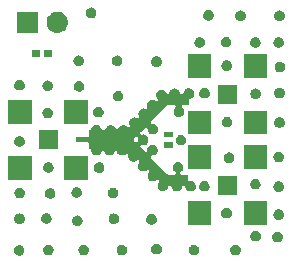
<source format=gts>
G04 #@! TF.GenerationSoftware,KiCad,Pcbnew,(5.0.1)-4*
G04 #@! TF.CreationDate,2019-05-31T15:51:02-07:00*
G04 #@! TF.ProjectId,Fanout_circuit,46616E6F75745F636972637569742E6B,rev?*
G04 #@! TF.SameCoordinates,Original*
G04 #@! TF.FileFunction,Soldermask,Top*
G04 #@! TF.FilePolarity,Negative*
%FSLAX46Y46*%
G04 Gerber Fmt 4.6, Leading zero omitted, Abs format (unit mm)*
G04 Created by KiCad (PCBNEW (5.0.1)-4) date 5/31/2019 3:51:02 PM*
%MOMM*%
%LPD*%
G01*
G04 APERTURE LIST*
%ADD10C,0.200000*%
G04 APERTURE END LIST*
D10*
G36*
X116681552Y-92916331D02*
X116763625Y-92950327D01*
X116763626Y-92950328D01*
X116763629Y-92950329D01*
X116837496Y-92999686D01*
X116837500Y-92999689D01*
X116900311Y-93062500D01*
X116900313Y-93062503D01*
X116900314Y-93062504D01*
X116949671Y-93136371D01*
X116949672Y-93136374D01*
X116949673Y-93136375D01*
X116983669Y-93218448D01*
X117001000Y-93305579D01*
X117001000Y-93394421D01*
X116983669Y-93481552D01*
X116949673Y-93563625D01*
X116949671Y-93563629D01*
X116917016Y-93612500D01*
X116900311Y-93637500D01*
X116837500Y-93700311D01*
X116837497Y-93700313D01*
X116837496Y-93700314D01*
X116763629Y-93749671D01*
X116763626Y-93749672D01*
X116763625Y-93749673D01*
X116681552Y-93783669D01*
X116594421Y-93801000D01*
X116505579Y-93801000D01*
X116418448Y-93783669D01*
X116336375Y-93749673D01*
X116336374Y-93749672D01*
X116336371Y-93749671D01*
X116262504Y-93700314D01*
X116262503Y-93700313D01*
X116262500Y-93700311D01*
X116199689Y-93637500D01*
X116182984Y-93612500D01*
X116150329Y-93563629D01*
X116150327Y-93563625D01*
X116116331Y-93481552D01*
X116099000Y-93394421D01*
X116099000Y-93305579D01*
X116116331Y-93218448D01*
X116150327Y-93136375D01*
X116150328Y-93136374D01*
X116150329Y-93136371D01*
X116199686Y-93062504D01*
X116199687Y-93062503D01*
X116199689Y-93062500D01*
X116262500Y-92999689D01*
X116262504Y-92999686D01*
X116336371Y-92950329D01*
X116336374Y-92950328D01*
X116336375Y-92950327D01*
X116418448Y-92916331D01*
X116505579Y-92899000D01*
X116594421Y-92899000D01*
X116681552Y-92916331D01*
X116681552Y-92916331D01*
G37*
G36*
X135006552Y-92891331D02*
X135088625Y-92925327D01*
X135088626Y-92925328D01*
X135088629Y-92925329D01*
X135162496Y-92974686D01*
X135162500Y-92974689D01*
X135225311Y-93037500D01*
X135225313Y-93037503D01*
X135225314Y-93037504D01*
X135274671Y-93111371D01*
X135274672Y-93111374D01*
X135274673Y-93111375D01*
X135308669Y-93193448D01*
X135326000Y-93280579D01*
X135326000Y-93369421D01*
X135308669Y-93456552D01*
X135275139Y-93537500D01*
X135274671Y-93538629D01*
X135225314Y-93612496D01*
X135225311Y-93612500D01*
X135162500Y-93675311D01*
X135162497Y-93675313D01*
X135162496Y-93675314D01*
X135088629Y-93724671D01*
X135088626Y-93724672D01*
X135088625Y-93724673D01*
X135006552Y-93758669D01*
X134919421Y-93776000D01*
X134830579Y-93776000D01*
X134743448Y-93758669D01*
X134661375Y-93724673D01*
X134661374Y-93724672D01*
X134661371Y-93724671D01*
X134587504Y-93675314D01*
X134587503Y-93675313D01*
X134587500Y-93675311D01*
X134524689Y-93612500D01*
X134524686Y-93612496D01*
X134475329Y-93538629D01*
X134474861Y-93537500D01*
X134441331Y-93456552D01*
X134424000Y-93369421D01*
X134424000Y-93280579D01*
X134441331Y-93193448D01*
X134475327Y-93111375D01*
X134475328Y-93111374D01*
X134475329Y-93111371D01*
X134524686Y-93037504D01*
X134524687Y-93037503D01*
X134524689Y-93037500D01*
X134587500Y-92974689D01*
X134587504Y-92974686D01*
X134661371Y-92925329D01*
X134661374Y-92925328D01*
X134661375Y-92925327D01*
X134743448Y-92891331D01*
X134830579Y-92874000D01*
X134919421Y-92874000D01*
X135006552Y-92891331D01*
X135006552Y-92891331D01*
G37*
G36*
X131481552Y-92891331D02*
X131563625Y-92925327D01*
X131563626Y-92925328D01*
X131563629Y-92925329D01*
X131637496Y-92974686D01*
X131637500Y-92974689D01*
X131700311Y-93037500D01*
X131700313Y-93037503D01*
X131700314Y-93037504D01*
X131749671Y-93111371D01*
X131749672Y-93111374D01*
X131749673Y-93111375D01*
X131783669Y-93193448D01*
X131801000Y-93280579D01*
X131801000Y-93369421D01*
X131783669Y-93456552D01*
X131750139Y-93537500D01*
X131749671Y-93538629D01*
X131700314Y-93612496D01*
X131700311Y-93612500D01*
X131637500Y-93675311D01*
X131637497Y-93675313D01*
X131637496Y-93675314D01*
X131563629Y-93724671D01*
X131563626Y-93724672D01*
X131563625Y-93724673D01*
X131481552Y-93758669D01*
X131394421Y-93776000D01*
X131305579Y-93776000D01*
X131218448Y-93758669D01*
X131136375Y-93724673D01*
X131136374Y-93724672D01*
X131136371Y-93724671D01*
X131062504Y-93675314D01*
X131062503Y-93675313D01*
X131062500Y-93675311D01*
X130999689Y-93612500D01*
X130999686Y-93612496D01*
X130950329Y-93538629D01*
X130949861Y-93537500D01*
X130916331Y-93456552D01*
X130899000Y-93369421D01*
X130899000Y-93280579D01*
X130916331Y-93193448D01*
X130950327Y-93111375D01*
X130950328Y-93111374D01*
X130950329Y-93111371D01*
X130999686Y-93037504D01*
X130999687Y-93037503D01*
X130999689Y-93037500D01*
X131062500Y-92974689D01*
X131062504Y-92974686D01*
X131136371Y-92925329D01*
X131136374Y-92925328D01*
X131136375Y-92925327D01*
X131218448Y-92891331D01*
X131305579Y-92874000D01*
X131394421Y-92874000D01*
X131481552Y-92891331D01*
X131481552Y-92891331D01*
G37*
G36*
X125381552Y-92891331D02*
X125463625Y-92925327D01*
X125463626Y-92925328D01*
X125463629Y-92925329D01*
X125537496Y-92974686D01*
X125537500Y-92974689D01*
X125600311Y-93037500D01*
X125600313Y-93037503D01*
X125600314Y-93037504D01*
X125649671Y-93111371D01*
X125649672Y-93111374D01*
X125649673Y-93111375D01*
X125683669Y-93193448D01*
X125701000Y-93280579D01*
X125701000Y-93369421D01*
X125683669Y-93456552D01*
X125650139Y-93537500D01*
X125649671Y-93538629D01*
X125600314Y-93612496D01*
X125600311Y-93612500D01*
X125537500Y-93675311D01*
X125537497Y-93675313D01*
X125537496Y-93675314D01*
X125463629Y-93724671D01*
X125463626Y-93724672D01*
X125463625Y-93724673D01*
X125381552Y-93758669D01*
X125294421Y-93776000D01*
X125205579Y-93776000D01*
X125118448Y-93758669D01*
X125036375Y-93724673D01*
X125036374Y-93724672D01*
X125036371Y-93724671D01*
X124962504Y-93675314D01*
X124962503Y-93675313D01*
X124962500Y-93675311D01*
X124899689Y-93612500D01*
X124899686Y-93612496D01*
X124850329Y-93538629D01*
X124849861Y-93537500D01*
X124816331Y-93456552D01*
X124799000Y-93369421D01*
X124799000Y-93280579D01*
X124816331Y-93193448D01*
X124850327Y-93111375D01*
X124850328Y-93111374D01*
X124850329Y-93111371D01*
X124899686Y-93037504D01*
X124899687Y-93037503D01*
X124899689Y-93037500D01*
X124962500Y-92974689D01*
X124962504Y-92974686D01*
X125036371Y-92925329D01*
X125036374Y-92925328D01*
X125036375Y-92925327D01*
X125118448Y-92891331D01*
X125205579Y-92874000D01*
X125294421Y-92874000D01*
X125381552Y-92891331D01*
X125381552Y-92891331D01*
G37*
G36*
X122156552Y-92891331D02*
X122238625Y-92925327D01*
X122238626Y-92925328D01*
X122238629Y-92925329D01*
X122312496Y-92974686D01*
X122312500Y-92974689D01*
X122375311Y-93037500D01*
X122375313Y-93037503D01*
X122375314Y-93037504D01*
X122424671Y-93111371D01*
X122424672Y-93111374D01*
X122424673Y-93111375D01*
X122458669Y-93193448D01*
X122476000Y-93280579D01*
X122476000Y-93369421D01*
X122458669Y-93456552D01*
X122425139Y-93537500D01*
X122424671Y-93538629D01*
X122375314Y-93612496D01*
X122375311Y-93612500D01*
X122312500Y-93675311D01*
X122312497Y-93675313D01*
X122312496Y-93675314D01*
X122238629Y-93724671D01*
X122238626Y-93724672D01*
X122238625Y-93724673D01*
X122156552Y-93758669D01*
X122069421Y-93776000D01*
X121980579Y-93776000D01*
X121893448Y-93758669D01*
X121811375Y-93724673D01*
X121811374Y-93724672D01*
X121811371Y-93724671D01*
X121737504Y-93675314D01*
X121737503Y-93675313D01*
X121737500Y-93675311D01*
X121674689Y-93612500D01*
X121674686Y-93612496D01*
X121625329Y-93538629D01*
X121624861Y-93537500D01*
X121591331Y-93456552D01*
X121574000Y-93369421D01*
X121574000Y-93280579D01*
X121591331Y-93193448D01*
X121625327Y-93111375D01*
X121625328Y-93111374D01*
X121625329Y-93111371D01*
X121674686Y-93037504D01*
X121674687Y-93037503D01*
X121674689Y-93037500D01*
X121737500Y-92974689D01*
X121737504Y-92974686D01*
X121811371Y-92925329D01*
X121811374Y-92925328D01*
X121811375Y-92925327D01*
X121893448Y-92891331D01*
X121980579Y-92874000D01*
X122069421Y-92874000D01*
X122156552Y-92891331D01*
X122156552Y-92891331D01*
G37*
G36*
X119156552Y-92891331D02*
X119238625Y-92925327D01*
X119238626Y-92925328D01*
X119238629Y-92925329D01*
X119312496Y-92974686D01*
X119312500Y-92974689D01*
X119375311Y-93037500D01*
X119375313Y-93037503D01*
X119375314Y-93037504D01*
X119424671Y-93111371D01*
X119424672Y-93111374D01*
X119424673Y-93111375D01*
X119458669Y-93193448D01*
X119476000Y-93280579D01*
X119476000Y-93369421D01*
X119458669Y-93456552D01*
X119425139Y-93537500D01*
X119424671Y-93538629D01*
X119375314Y-93612496D01*
X119375311Y-93612500D01*
X119312500Y-93675311D01*
X119312497Y-93675313D01*
X119312496Y-93675314D01*
X119238629Y-93724671D01*
X119238626Y-93724672D01*
X119238625Y-93724673D01*
X119156552Y-93758669D01*
X119069421Y-93776000D01*
X118980579Y-93776000D01*
X118893448Y-93758669D01*
X118811375Y-93724673D01*
X118811374Y-93724672D01*
X118811371Y-93724671D01*
X118737504Y-93675314D01*
X118737503Y-93675313D01*
X118737500Y-93675311D01*
X118674689Y-93612500D01*
X118674686Y-93612496D01*
X118625329Y-93538629D01*
X118624861Y-93537500D01*
X118591331Y-93456552D01*
X118574000Y-93369421D01*
X118574000Y-93280579D01*
X118591331Y-93193448D01*
X118625327Y-93111375D01*
X118625328Y-93111374D01*
X118625329Y-93111371D01*
X118674686Y-93037504D01*
X118674687Y-93037503D01*
X118674689Y-93037500D01*
X118737500Y-92974689D01*
X118737504Y-92974686D01*
X118811371Y-92925329D01*
X118811374Y-92925328D01*
X118811375Y-92925327D01*
X118893448Y-92891331D01*
X118980579Y-92874000D01*
X119069421Y-92874000D01*
X119156552Y-92891331D01*
X119156552Y-92891331D01*
G37*
G36*
X128306552Y-92816331D02*
X128388625Y-92850327D01*
X128388626Y-92850328D01*
X128388629Y-92850329D01*
X128461469Y-92899000D01*
X128462500Y-92899689D01*
X128525311Y-92962500D01*
X128525313Y-92962503D01*
X128525314Y-92962504D01*
X128574671Y-93036371D01*
X128574672Y-93036374D01*
X128574673Y-93036375D01*
X128608669Y-93118448D01*
X128626000Y-93205579D01*
X128626000Y-93294421D01*
X128608669Y-93381552D01*
X128574673Y-93463625D01*
X128574671Y-93463629D01*
X128525314Y-93537496D01*
X128525311Y-93537500D01*
X128462500Y-93600311D01*
X128462497Y-93600313D01*
X128462496Y-93600314D01*
X128388629Y-93649671D01*
X128388626Y-93649672D01*
X128388625Y-93649673D01*
X128306552Y-93683669D01*
X128219421Y-93701000D01*
X128130579Y-93701000D01*
X128043448Y-93683669D01*
X127961375Y-93649673D01*
X127961374Y-93649672D01*
X127961371Y-93649671D01*
X127887504Y-93600314D01*
X127887503Y-93600313D01*
X127887500Y-93600311D01*
X127824689Y-93537500D01*
X127824686Y-93537496D01*
X127775329Y-93463629D01*
X127775327Y-93463625D01*
X127741331Y-93381552D01*
X127724000Y-93294421D01*
X127724000Y-93205579D01*
X127741331Y-93118448D01*
X127775327Y-93036375D01*
X127775328Y-93036374D01*
X127775329Y-93036371D01*
X127824686Y-92962504D01*
X127824687Y-92962503D01*
X127824689Y-92962500D01*
X127887500Y-92899689D01*
X127888531Y-92899000D01*
X127961371Y-92850329D01*
X127961374Y-92850328D01*
X127961375Y-92850327D01*
X128043448Y-92816331D01*
X128130579Y-92799000D01*
X128219421Y-92799000D01*
X128306552Y-92816331D01*
X128306552Y-92816331D01*
G37*
G36*
X138556552Y-91791331D02*
X138638625Y-91825327D01*
X138638626Y-91825328D01*
X138638629Y-91825329D01*
X138712496Y-91874686D01*
X138712500Y-91874689D01*
X138775311Y-91937500D01*
X138775313Y-91937503D01*
X138775314Y-91937504D01*
X138824671Y-92011371D01*
X138824672Y-92011374D01*
X138824673Y-92011375D01*
X138858669Y-92093448D01*
X138876000Y-92180579D01*
X138876000Y-92269421D01*
X138858669Y-92356552D01*
X138825139Y-92437500D01*
X138824671Y-92438629D01*
X138775314Y-92512496D01*
X138775311Y-92512500D01*
X138712500Y-92575311D01*
X138712497Y-92575313D01*
X138712496Y-92575314D01*
X138638629Y-92624671D01*
X138638626Y-92624672D01*
X138638625Y-92624673D01*
X138556552Y-92658669D01*
X138469421Y-92676000D01*
X138380579Y-92676000D01*
X138293448Y-92658669D01*
X138211375Y-92624673D01*
X138211374Y-92624672D01*
X138211371Y-92624671D01*
X138137504Y-92575314D01*
X138137503Y-92575313D01*
X138137500Y-92575311D01*
X138074689Y-92512500D01*
X138074686Y-92512496D01*
X138025329Y-92438629D01*
X138024861Y-92437500D01*
X137991331Y-92356552D01*
X137974000Y-92269421D01*
X137974000Y-92180579D01*
X137991331Y-92093448D01*
X138025327Y-92011375D01*
X138025328Y-92011374D01*
X138025329Y-92011371D01*
X138074686Y-91937504D01*
X138074687Y-91937503D01*
X138074689Y-91937500D01*
X138137500Y-91874689D01*
X138137504Y-91874686D01*
X138211371Y-91825329D01*
X138211374Y-91825328D01*
X138211375Y-91825327D01*
X138293448Y-91791331D01*
X138380579Y-91774000D01*
X138469421Y-91774000D01*
X138556552Y-91791331D01*
X138556552Y-91791331D01*
G37*
G36*
X136706552Y-91716331D02*
X136788625Y-91750327D01*
X136788626Y-91750328D01*
X136788629Y-91750329D01*
X136862496Y-91799686D01*
X136862500Y-91799689D01*
X136925311Y-91862500D01*
X136925313Y-91862503D01*
X136925314Y-91862504D01*
X136974671Y-91936371D01*
X136974672Y-91936374D01*
X136974673Y-91936375D01*
X137008669Y-92018448D01*
X137026000Y-92105579D01*
X137026000Y-92194421D01*
X137008669Y-92281552D01*
X136974673Y-92363625D01*
X136974671Y-92363629D01*
X136925314Y-92437496D01*
X136925311Y-92437500D01*
X136862500Y-92500311D01*
X136862497Y-92500313D01*
X136862496Y-92500314D01*
X136788629Y-92549671D01*
X136788626Y-92549672D01*
X136788625Y-92549673D01*
X136706552Y-92583669D01*
X136619421Y-92601000D01*
X136530579Y-92601000D01*
X136443448Y-92583669D01*
X136361375Y-92549673D01*
X136361374Y-92549672D01*
X136361371Y-92549671D01*
X136287504Y-92500314D01*
X136287503Y-92500313D01*
X136287500Y-92500311D01*
X136224689Y-92437500D01*
X136224686Y-92437496D01*
X136175329Y-92363629D01*
X136175327Y-92363625D01*
X136141331Y-92281552D01*
X136124000Y-92194421D01*
X136124000Y-92105579D01*
X136141331Y-92018448D01*
X136175327Y-91936375D01*
X136175328Y-91936374D01*
X136175329Y-91936371D01*
X136224686Y-91862504D01*
X136224687Y-91862503D01*
X136224689Y-91862500D01*
X136287500Y-91799689D01*
X136287504Y-91799686D01*
X136361371Y-91750329D01*
X136361374Y-91750328D01*
X136361375Y-91750327D01*
X136443448Y-91716331D01*
X136530579Y-91699000D01*
X136619421Y-91699000D01*
X136706552Y-91716331D01*
X136706552Y-91716331D01*
G37*
G36*
X121606552Y-90416331D02*
X121688625Y-90450327D01*
X121688626Y-90450328D01*
X121688629Y-90450329D01*
X121762496Y-90499686D01*
X121762500Y-90499689D01*
X121825311Y-90562500D01*
X121825313Y-90562503D01*
X121825314Y-90562504D01*
X121874671Y-90636371D01*
X121874672Y-90636374D01*
X121874673Y-90636375D01*
X121908669Y-90718448D01*
X121926000Y-90805579D01*
X121926000Y-90894421D01*
X121908669Y-90981552D01*
X121880453Y-91049671D01*
X121874671Y-91063629D01*
X121833882Y-91124673D01*
X121825311Y-91137500D01*
X121762500Y-91200311D01*
X121762497Y-91200313D01*
X121762496Y-91200314D01*
X121688629Y-91249671D01*
X121688626Y-91249672D01*
X121688625Y-91249673D01*
X121606552Y-91283669D01*
X121519421Y-91301000D01*
X121430579Y-91301000D01*
X121343448Y-91283669D01*
X121261375Y-91249673D01*
X121261374Y-91249672D01*
X121261371Y-91249671D01*
X121187504Y-91200314D01*
X121187503Y-91200313D01*
X121187500Y-91200311D01*
X121124689Y-91137500D01*
X121116118Y-91124673D01*
X121075329Y-91063629D01*
X121069547Y-91049671D01*
X121041331Y-90981552D01*
X121024000Y-90894421D01*
X121024000Y-90805579D01*
X121041331Y-90718448D01*
X121075327Y-90636375D01*
X121075328Y-90636374D01*
X121075329Y-90636371D01*
X121124686Y-90562504D01*
X121124687Y-90562503D01*
X121124689Y-90562500D01*
X121187500Y-90499689D01*
X121187504Y-90499686D01*
X121261371Y-90450329D01*
X121261374Y-90450328D01*
X121261375Y-90450327D01*
X121343448Y-90416331D01*
X121430579Y-90399000D01*
X121519421Y-90399000D01*
X121606552Y-90416331D01*
X121606552Y-90416331D01*
G37*
G36*
X132826000Y-91226000D02*
X130824000Y-91226000D01*
X130824000Y-89224000D01*
X132826000Y-89224000D01*
X132826000Y-91226000D01*
X132826000Y-91226000D01*
G37*
G36*
X137576000Y-91226000D02*
X135574000Y-91226000D01*
X135574000Y-89224000D01*
X137576000Y-89224000D01*
X137576000Y-91226000D01*
X137576000Y-91226000D01*
G37*
G36*
X127881552Y-90291331D02*
X127963625Y-90325327D01*
X127963626Y-90325328D01*
X127963629Y-90325329D01*
X128029616Y-90369421D01*
X128037500Y-90374689D01*
X128100311Y-90437500D01*
X128100313Y-90437503D01*
X128100314Y-90437504D01*
X128149671Y-90511371D01*
X128149672Y-90511374D01*
X128149673Y-90511375D01*
X128183669Y-90593448D01*
X128201000Y-90680579D01*
X128201000Y-90769421D01*
X128183669Y-90856552D01*
X128150139Y-90937500D01*
X128149671Y-90938629D01*
X128100314Y-91012496D01*
X128100311Y-91012500D01*
X128037500Y-91075311D01*
X128037497Y-91075313D01*
X128037496Y-91075314D01*
X127963629Y-91124671D01*
X127963626Y-91124672D01*
X127963625Y-91124673D01*
X127881552Y-91158669D01*
X127794421Y-91176000D01*
X127705579Y-91176000D01*
X127618448Y-91158669D01*
X127536375Y-91124673D01*
X127536374Y-91124672D01*
X127536371Y-91124671D01*
X127462504Y-91075314D01*
X127462503Y-91075313D01*
X127462500Y-91075311D01*
X127399689Y-91012500D01*
X127399686Y-91012496D01*
X127350329Y-90938629D01*
X127349861Y-90937500D01*
X127316331Y-90856552D01*
X127299000Y-90769421D01*
X127299000Y-90680579D01*
X127316331Y-90593448D01*
X127350327Y-90511375D01*
X127350328Y-90511374D01*
X127350329Y-90511371D01*
X127399686Y-90437504D01*
X127399687Y-90437503D01*
X127399689Y-90437500D01*
X127462500Y-90374689D01*
X127470384Y-90369421D01*
X127536371Y-90325329D01*
X127536374Y-90325328D01*
X127536375Y-90325327D01*
X127618448Y-90291331D01*
X127705579Y-90274000D01*
X127794421Y-90274000D01*
X127881552Y-90291331D01*
X127881552Y-90291331D01*
G37*
G36*
X116706552Y-90241331D02*
X116788625Y-90275327D01*
X116788626Y-90275328D01*
X116788629Y-90275329D01*
X116862496Y-90324686D01*
X116862500Y-90324689D01*
X116925311Y-90387500D01*
X116925313Y-90387503D01*
X116925314Y-90387504D01*
X116974671Y-90461371D01*
X116974672Y-90461374D01*
X116974673Y-90461375D01*
X117008669Y-90543448D01*
X117026000Y-90630579D01*
X117026000Y-90719421D01*
X117008669Y-90806552D01*
X116974673Y-90888625D01*
X116974671Y-90888629D01*
X116925314Y-90962496D01*
X116925311Y-90962500D01*
X116862500Y-91025311D01*
X116862497Y-91025313D01*
X116862496Y-91025314D01*
X116788629Y-91074671D01*
X116788626Y-91074672D01*
X116788625Y-91074673D01*
X116706552Y-91108669D01*
X116619421Y-91126000D01*
X116530579Y-91126000D01*
X116443448Y-91108669D01*
X116361375Y-91074673D01*
X116361374Y-91074672D01*
X116361371Y-91074671D01*
X116287504Y-91025314D01*
X116287503Y-91025313D01*
X116287500Y-91025311D01*
X116224689Y-90962500D01*
X116224686Y-90962496D01*
X116175329Y-90888629D01*
X116175327Y-90888625D01*
X116141331Y-90806552D01*
X116124000Y-90719421D01*
X116124000Y-90630579D01*
X116141331Y-90543448D01*
X116175327Y-90461375D01*
X116175328Y-90461374D01*
X116175329Y-90461371D01*
X116224686Y-90387504D01*
X116224687Y-90387503D01*
X116224689Y-90387500D01*
X116287500Y-90324689D01*
X116287504Y-90324686D01*
X116361371Y-90275329D01*
X116361374Y-90275328D01*
X116361375Y-90275327D01*
X116443448Y-90241331D01*
X116530579Y-90224000D01*
X116619421Y-90224000D01*
X116706552Y-90241331D01*
X116706552Y-90241331D01*
G37*
G36*
X124706552Y-90241331D02*
X124788625Y-90275327D01*
X124788626Y-90275328D01*
X124788629Y-90275329D01*
X124862496Y-90324686D01*
X124862500Y-90324689D01*
X124925311Y-90387500D01*
X124925313Y-90387503D01*
X124925314Y-90387504D01*
X124974671Y-90461371D01*
X124974672Y-90461374D01*
X124974673Y-90461375D01*
X125008669Y-90543448D01*
X125026000Y-90630579D01*
X125026000Y-90719421D01*
X125008669Y-90806552D01*
X124974673Y-90888625D01*
X124974671Y-90888629D01*
X124925314Y-90962496D01*
X124925311Y-90962500D01*
X124862500Y-91025311D01*
X124862497Y-91025313D01*
X124862496Y-91025314D01*
X124788629Y-91074671D01*
X124788626Y-91074672D01*
X124788625Y-91074673D01*
X124706552Y-91108669D01*
X124619421Y-91126000D01*
X124530579Y-91126000D01*
X124443448Y-91108669D01*
X124361375Y-91074673D01*
X124361374Y-91074672D01*
X124361371Y-91074671D01*
X124287504Y-91025314D01*
X124287503Y-91025313D01*
X124287500Y-91025311D01*
X124224689Y-90962500D01*
X124224686Y-90962496D01*
X124175329Y-90888629D01*
X124175327Y-90888625D01*
X124141331Y-90806552D01*
X124124000Y-90719421D01*
X124124000Y-90630579D01*
X124141331Y-90543448D01*
X124175327Y-90461375D01*
X124175328Y-90461374D01*
X124175329Y-90461371D01*
X124224686Y-90387504D01*
X124224687Y-90387503D01*
X124224689Y-90387500D01*
X124287500Y-90324689D01*
X124287504Y-90324686D01*
X124361371Y-90275329D01*
X124361374Y-90275328D01*
X124361375Y-90275327D01*
X124443448Y-90241331D01*
X124530579Y-90224000D01*
X124619421Y-90224000D01*
X124706552Y-90241331D01*
X124706552Y-90241331D01*
G37*
G36*
X118981552Y-90216331D02*
X119063625Y-90250327D01*
X119063626Y-90250328D01*
X119063629Y-90250329D01*
X119137496Y-90299686D01*
X119137500Y-90299689D01*
X119200311Y-90362500D01*
X119200313Y-90362503D01*
X119200314Y-90362504D01*
X119249671Y-90436371D01*
X119249672Y-90436374D01*
X119249673Y-90436375D01*
X119283669Y-90518448D01*
X119301000Y-90605579D01*
X119301000Y-90694421D01*
X119283669Y-90781552D01*
X119249673Y-90863625D01*
X119249671Y-90863629D01*
X119229096Y-90894421D01*
X119200311Y-90937500D01*
X119137500Y-91000311D01*
X119137497Y-91000313D01*
X119137496Y-91000314D01*
X119063629Y-91049671D01*
X119063626Y-91049672D01*
X119063625Y-91049673D01*
X118981552Y-91083669D01*
X118894421Y-91101000D01*
X118805579Y-91101000D01*
X118718448Y-91083669D01*
X118636375Y-91049673D01*
X118636374Y-91049672D01*
X118636371Y-91049671D01*
X118562504Y-91000314D01*
X118562503Y-91000313D01*
X118562500Y-91000311D01*
X118499689Y-90937500D01*
X118470904Y-90894421D01*
X118450329Y-90863629D01*
X118450327Y-90863625D01*
X118416331Y-90781552D01*
X118399000Y-90694421D01*
X118399000Y-90605579D01*
X118416331Y-90518448D01*
X118450327Y-90436375D01*
X118450328Y-90436374D01*
X118450329Y-90436371D01*
X118499686Y-90362504D01*
X118499687Y-90362503D01*
X118499689Y-90362500D01*
X118562500Y-90299689D01*
X118562504Y-90299686D01*
X118636371Y-90250329D01*
X118636374Y-90250328D01*
X118636375Y-90250327D01*
X118718448Y-90216331D01*
X118805579Y-90199000D01*
X118894421Y-90199000D01*
X118981552Y-90216331D01*
X118981552Y-90216331D01*
G37*
G36*
X138656552Y-89891331D02*
X138738625Y-89925327D01*
X138738626Y-89925328D01*
X138738629Y-89925329D01*
X138812496Y-89974686D01*
X138812500Y-89974689D01*
X138875311Y-90037500D01*
X138875313Y-90037503D01*
X138875314Y-90037504D01*
X138924671Y-90111371D01*
X138924672Y-90111374D01*
X138924673Y-90111375D01*
X138958669Y-90193448D01*
X138976000Y-90280579D01*
X138976000Y-90369421D01*
X138958669Y-90456552D01*
X138924673Y-90538625D01*
X138924671Y-90538629D01*
X138879935Y-90605580D01*
X138875311Y-90612500D01*
X138812500Y-90675311D01*
X138812497Y-90675313D01*
X138812496Y-90675314D01*
X138738629Y-90724671D01*
X138738626Y-90724672D01*
X138738625Y-90724673D01*
X138656552Y-90758669D01*
X138569421Y-90776000D01*
X138480579Y-90776000D01*
X138393448Y-90758669D01*
X138311375Y-90724673D01*
X138311374Y-90724672D01*
X138311371Y-90724671D01*
X138237504Y-90675314D01*
X138237503Y-90675313D01*
X138237500Y-90675311D01*
X138174689Y-90612500D01*
X138170065Y-90605580D01*
X138125329Y-90538629D01*
X138125327Y-90538625D01*
X138091331Y-90456552D01*
X138074000Y-90369421D01*
X138074000Y-90280579D01*
X138091331Y-90193448D01*
X138125327Y-90111375D01*
X138125328Y-90111374D01*
X138125329Y-90111371D01*
X138174686Y-90037504D01*
X138174687Y-90037503D01*
X138174689Y-90037500D01*
X138237500Y-89974689D01*
X138237504Y-89974686D01*
X138311371Y-89925329D01*
X138311374Y-89925328D01*
X138311375Y-89925327D01*
X138393448Y-89891331D01*
X138480579Y-89874000D01*
X138569421Y-89874000D01*
X138656552Y-89891331D01*
X138656552Y-89891331D01*
G37*
G36*
X134231552Y-89766331D02*
X134313625Y-89800327D01*
X134313626Y-89800328D01*
X134313629Y-89800329D01*
X134387496Y-89849686D01*
X134387500Y-89849689D01*
X134450311Y-89912500D01*
X134450313Y-89912503D01*
X134450314Y-89912504D01*
X134499671Y-89986371D01*
X134499672Y-89986374D01*
X134499673Y-89986375D01*
X134533669Y-90068448D01*
X134551000Y-90155579D01*
X134551000Y-90244421D01*
X134533669Y-90331552D01*
X134499673Y-90413625D01*
X134499671Y-90413629D01*
X134450314Y-90487496D01*
X134450311Y-90487500D01*
X134387500Y-90550311D01*
X134387497Y-90550313D01*
X134387496Y-90550314D01*
X134313629Y-90599671D01*
X134313626Y-90599672D01*
X134313625Y-90599673D01*
X134231552Y-90633669D01*
X134144421Y-90651000D01*
X134055579Y-90651000D01*
X133968448Y-90633669D01*
X133886375Y-90599673D01*
X133886374Y-90599672D01*
X133886371Y-90599671D01*
X133812504Y-90550314D01*
X133812503Y-90550313D01*
X133812500Y-90550311D01*
X133749689Y-90487500D01*
X133749686Y-90487496D01*
X133700329Y-90413629D01*
X133700327Y-90413625D01*
X133666331Y-90331552D01*
X133649000Y-90244421D01*
X133649000Y-90155579D01*
X133666331Y-90068448D01*
X133700327Y-89986375D01*
X133700328Y-89986374D01*
X133700329Y-89986371D01*
X133749686Y-89912504D01*
X133749687Y-89912503D01*
X133749689Y-89912500D01*
X133812500Y-89849689D01*
X133812504Y-89849686D01*
X133886371Y-89800329D01*
X133886374Y-89800328D01*
X133886375Y-89800327D01*
X133968448Y-89766331D01*
X134055579Y-89749000D01*
X134144421Y-89749000D01*
X134231552Y-89766331D01*
X134231552Y-89766331D01*
G37*
G36*
X119306552Y-88091331D02*
X119388625Y-88125327D01*
X119388626Y-88125328D01*
X119388629Y-88125329D01*
X119445942Y-88163625D01*
X119462500Y-88174689D01*
X119525311Y-88237500D01*
X119525313Y-88237503D01*
X119525314Y-88237504D01*
X119574671Y-88311371D01*
X119574672Y-88311374D01*
X119574673Y-88311375D01*
X119608669Y-88393448D01*
X119626000Y-88480579D01*
X119626000Y-88569421D01*
X119608669Y-88656552D01*
X119575139Y-88737500D01*
X119574671Y-88738629D01*
X119525314Y-88812496D01*
X119525311Y-88812500D01*
X119462500Y-88875311D01*
X119462497Y-88875313D01*
X119462496Y-88875314D01*
X119388629Y-88924671D01*
X119388626Y-88924672D01*
X119388625Y-88924673D01*
X119306552Y-88958669D01*
X119219421Y-88976000D01*
X119130579Y-88976000D01*
X119043448Y-88958669D01*
X118961375Y-88924673D01*
X118961374Y-88924672D01*
X118961371Y-88924671D01*
X118887504Y-88875314D01*
X118887503Y-88875313D01*
X118887500Y-88875311D01*
X118824689Y-88812500D01*
X118824686Y-88812496D01*
X118775329Y-88738629D01*
X118774861Y-88737500D01*
X118741331Y-88656552D01*
X118724000Y-88569421D01*
X118724000Y-88480579D01*
X118741331Y-88393448D01*
X118775327Y-88311375D01*
X118775328Y-88311374D01*
X118775329Y-88311371D01*
X118824686Y-88237504D01*
X118824687Y-88237503D01*
X118824689Y-88237500D01*
X118887500Y-88174689D01*
X118904058Y-88163625D01*
X118961371Y-88125329D01*
X118961374Y-88125328D01*
X118961375Y-88125327D01*
X119043448Y-88091331D01*
X119130579Y-88074000D01*
X119219421Y-88074000D01*
X119306552Y-88091331D01*
X119306552Y-88091331D01*
G37*
G36*
X116731552Y-88066331D02*
X116813625Y-88100327D01*
X116813626Y-88100328D01*
X116813629Y-88100329D01*
X116887496Y-88149686D01*
X116887500Y-88149689D01*
X116950311Y-88212500D01*
X116950313Y-88212503D01*
X116950314Y-88212504D01*
X116999671Y-88286371D01*
X116999672Y-88286374D01*
X116999673Y-88286375D01*
X117033669Y-88368448D01*
X117051000Y-88455579D01*
X117051000Y-88544421D01*
X117033669Y-88631552D01*
X116999673Y-88713625D01*
X116999671Y-88713629D01*
X116982966Y-88738629D01*
X116950311Y-88787500D01*
X116887500Y-88850311D01*
X116887497Y-88850313D01*
X116887496Y-88850314D01*
X116813629Y-88899671D01*
X116813626Y-88899672D01*
X116813625Y-88899673D01*
X116731552Y-88933669D01*
X116644421Y-88951000D01*
X116555579Y-88951000D01*
X116468448Y-88933669D01*
X116386375Y-88899673D01*
X116386374Y-88899672D01*
X116386371Y-88899671D01*
X116312504Y-88850314D01*
X116312503Y-88850313D01*
X116312500Y-88850311D01*
X116249689Y-88787500D01*
X116217034Y-88738629D01*
X116200329Y-88713629D01*
X116200327Y-88713625D01*
X116166331Y-88631552D01*
X116149000Y-88544421D01*
X116149000Y-88455579D01*
X116166331Y-88368448D01*
X116200327Y-88286375D01*
X116200328Y-88286374D01*
X116200329Y-88286371D01*
X116249686Y-88212504D01*
X116249687Y-88212503D01*
X116249689Y-88212500D01*
X116312500Y-88149689D01*
X116312504Y-88149686D01*
X116386371Y-88100329D01*
X116386374Y-88100328D01*
X116386375Y-88100327D01*
X116468448Y-88066331D01*
X116555579Y-88049000D01*
X116644421Y-88049000D01*
X116731552Y-88066331D01*
X116731552Y-88066331D01*
G37*
G36*
X124631552Y-88066331D02*
X124713625Y-88100327D01*
X124713626Y-88100328D01*
X124713629Y-88100329D01*
X124787496Y-88149686D01*
X124787500Y-88149689D01*
X124850311Y-88212500D01*
X124850313Y-88212503D01*
X124850314Y-88212504D01*
X124899671Y-88286371D01*
X124899672Y-88286374D01*
X124899673Y-88286375D01*
X124933669Y-88368448D01*
X124951000Y-88455579D01*
X124951000Y-88544421D01*
X124933669Y-88631552D01*
X124899673Y-88713625D01*
X124899671Y-88713629D01*
X124882966Y-88738629D01*
X124850311Y-88787500D01*
X124787500Y-88850311D01*
X124787497Y-88850313D01*
X124787496Y-88850314D01*
X124713629Y-88899671D01*
X124713626Y-88899672D01*
X124713625Y-88899673D01*
X124631552Y-88933669D01*
X124544421Y-88951000D01*
X124455579Y-88951000D01*
X124368448Y-88933669D01*
X124286375Y-88899673D01*
X124286374Y-88899672D01*
X124286371Y-88899671D01*
X124212504Y-88850314D01*
X124212503Y-88850313D01*
X124212500Y-88850311D01*
X124149689Y-88787500D01*
X124117034Y-88738629D01*
X124100329Y-88713629D01*
X124100327Y-88713625D01*
X124066331Y-88631552D01*
X124049000Y-88544421D01*
X124049000Y-88455579D01*
X124066331Y-88368448D01*
X124100327Y-88286375D01*
X124100328Y-88286374D01*
X124100329Y-88286371D01*
X124149686Y-88212504D01*
X124149687Y-88212503D01*
X124149689Y-88212500D01*
X124212500Y-88149689D01*
X124212504Y-88149686D01*
X124286371Y-88100329D01*
X124286374Y-88100328D01*
X124286375Y-88100327D01*
X124368448Y-88066331D01*
X124455579Y-88049000D01*
X124544421Y-88049000D01*
X124631552Y-88066331D01*
X124631552Y-88066331D01*
G37*
G36*
X121556552Y-88016331D02*
X121638625Y-88050327D01*
X121638626Y-88050328D01*
X121638629Y-88050329D01*
X121712496Y-88099686D01*
X121712500Y-88099689D01*
X121775311Y-88162500D01*
X121775313Y-88162503D01*
X121775314Y-88162504D01*
X121824671Y-88236371D01*
X121824672Y-88236374D01*
X121824673Y-88236375D01*
X121858669Y-88318448D01*
X121876000Y-88405579D01*
X121876000Y-88494421D01*
X121858669Y-88581552D01*
X121824673Y-88663625D01*
X121824671Y-88663629D01*
X121775314Y-88737496D01*
X121775311Y-88737500D01*
X121712500Y-88800311D01*
X121712497Y-88800313D01*
X121712496Y-88800314D01*
X121638629Y-88849671D01*
X121638626Y-88849672D01*
X121638625Y-88849673D01*
X121556552Y-88883669D01*
X121469421Y-88901000D01*
X121380579Y-88901000D01*
X121293448Y-88883669D01*
X121211375Y-88849673D01*
X121211374Y-88849672D01*
X121211371Y-88849671D01*
X121137504Y-88800314D01*
X121137503Y-88800313D01*
X121137500Y-88800311D01*
X121074689Y-88737500D01*
X121074686Y-88737496D01*
X121025329Y-88663629D01*
X121025327Y-88663625D01*
X120991331Y-88581552D01*
X120974000Y-88494421D01*
X120974000Y-88405579D01*
X120991331Y-88318448D01*
X121025327Y-88236375D01*
X121025328Y-88236374D01*
X121025329Y-88236371D01*
X121074686Y-88162504D01*
X121074687Y-88162503D01*
X121074689Y-88162500D01*
X121137500Y-88099689D01*
X121137504Y-88099686D01*
X121211371Y-88050329D01*
X121211374Y-88050328D01*
X121211375Y-88050327D01*
X121293448Y-88016331D01*
X121380579Y-87999000D01*
X121469421Y-87999000D01*
X121556552Y-88016331D01*
X121556552Y-88016331D01*
G37*
G36*
X135001000Y-88651000D02*
X133399000Y-88651000D01*
X133399000Y-87049000D01*
X135001000Y-87049000D01*
X135001000Y-88651000D01*
X135001000Y-88651000D01*
G37*
G36*
X138656552Y-87516331D02*
X138738625Y-87550327D01*
X138738626Y-87550328D01*
X138738629Y-87550329D01*
X138812496Y-87599686D01*
X138812500Y-87599689D01*
X138875311Y-87662500D01*
X138875313Y-87662503D01*
X138875314Y-87662504D01*
X138924671Y-87736371D01*
X138924672Y-87736374D01*
X138924673Y-87736375D01*
X138958669Y-87818448D01*
X138976000Y-87905579D01*
X138976000Y-87994421D01*
X138958669Y-88081552D01*
X138925139Y-88162500D01*
X138924671Y-88163629D01*
X138876063Y-88236375D01*
X138875311Y-88237500D01*
X138812500Y-88300311D01*
X138812497Y-88300313D01*
X138812496Y-88300314D01*
X138738629Y-88349671D01*
X138738626Y-88349672D01*
X138738625Y-88349673D01*
X138656552Y-88383669D01*
X138569421Y-88401000D01*
X138480579Y-88401000D01*
X138393448Y-88383669D01*
X138311375Y-88349673D01*
X138311374Y-88349672D01*
X138311371Y-88349671D01*
X138237504Y-88300314D01*
X138237503Y-88300313D01*
X138237500Y-88300311D01*
X138174689Y-88237500D01*
X138173937Y-88236375D01*
X138125329Y-88163629D01*
X138124861Y-88162500D01*
X138091331Y-88081552D01*
X138074000Y-87994421D01*
X138074000Y-87905579D01*
X138091331Y-87818448D01*
X138125327Y-87736375D01*
X138125328Y-87736374D01*
X138125329Y-87736371D01*
X138174686Y-87662504D01*
X138174687Y-87662503D01*
X138174689Y-87662500D01*
X138237500Y-87599689D01*
X138237504Y-87599686D01*
X138311371Y-87550329D01*
X138311374Y-87550328D01*
X138311375Y-87550327D01*
X138393448Y-87516331D01*
X138480579Y-87499000D01*
X138569421Y-87499000D01*
X138656552Y-87516331D01*
X138656552Y-87516331D01*
G37*
G36*
X132356552Y-87491331D02*
X132438625Y-87525327D01*
X132438626Y-87525328D01*
X132438629Y-87525329D01*
X132488622Y-87558734D01*
X132512500Y-87574689D01*
X132575311Y-87637500D01*
X132575313Y-87637503D01*
X132575314Y-87637504D01*
X132624671Y-87711371D01*
X132624672Y-87711374D01*
X132624673Y-87711375D01*
X132658669Y-87793448D01*
X132676000Y-87880579D01*
X132676000Y-87969421D01*
X132658669Y-88056552D01*
X132630181Y-88125327D01*
X132624671Y-88138629D01*
X132592016Y-88187500D01*
X132575311Y-88212500D01*
X132512500Y-88275311D01*
X132512497Y-88275313D01*
X132512496Y-88275314D01*
X132438629Y-88324671D01*
X132438626Y-88324672D01*
X132438625Y-88324673D01*
X132356552Y-88358669D01*
X132269421Y-88376000D01*
X132180579Y-88376000D01*
X132093448Y-88358669D01*
X132011375Y-88324673D01*
X132011374Y-88324672D01*
X132011371Y-88324671D01*
X131937504Y-88275314D01*
X131937503Y-88275313D01*
X131937500Y-88275311D01*
X131874689Y-88212500D01*
X131857984Y-88187500D01*
X131825329Y-88138629D01*
X131819819Y-88125327D01*
X131791331Y-88056552D01*
X131772598Y-87962372D01*
X131765485Y-87938923D01*
X131758043Y-87925000D01*
X131765485Y-87911078D01*
X131772598Y-87887628D01*
X131791331Y-87793448D01*
X131825327Y-87711375D01*
X131825328Y-87711374D01*
X131825329Y-87711371D01*
X131874686Y-87637504D01*
X131874687Y-87637503D01*
X131874689Y-87637500D01*
X131937500Y-87574689D01*
X131961378Y-87558734D01*
X132011371Y-87525329D01*
X132011374Y-87525328D01*
X132011375Y-87525327D01*
X132093448Y-87491331D01*
X132180579Y-87474000D01*
X132269421Y-87474000D01*
X132356552Y-87491331D01*
X132356552Y-87491331D01*
G37*
G36*
X131056552Y-79641331D02*
X131138625Y-79675327D01*
X131138626Y-79675328D01*
X131138629Y-79675329D01*
X131212496Y-79724686D01*
X131212500Y-79724689D01*
X131275311Y-79787500D01*
X131275313Y-79787503D01*
X131275314Y-79787504D01*
X131324671Y-79861371D01*
X131324672Y-79861374D01*
X131324673Y-79861375D01*
X131358669Y-79943448D01*
X131376000Y-80030579D01*
X131376000Y-80119421D01*
X131358669Y-80206552D01*
X131324673Y-80288625D01*
X131324671Y-80288629D01*
X131292016Y-80337500D01*
X131275311Y-80362500D01*
X131212500Y-80425311D01*
X131212497Y-80425313D01*
X131212496Y-80425314D01*
X131138629Y-80474671D01*
X131138626Y-80474672D01*
X131138625Y-80474673D01*
X131056551Y-80508669D01*
X130999159Y-80520085D01*
X130975710Y-80527198D01*
X130954099Y-80538749D01*
X130935157Y-80554295D01*
X130919611Y-80573237D01*
X130908060Y-80594848D01*
X130900947Y-80618297D01*
X130898545Y-80642683D01*
X130899265Y-80650000D01*
X130900000Y-80650000D01*
X130900000Y-81050000D01*
X130464587Y-81050000D01*
X130440201Y-81052402D01*
X130416752Y-81059515D01*
X130395141Y-81071066D01*
X130376199Y-81086612D01*
X130360653Y-81105554D01*
X130349102Y-81127165D01*
X130341989Y-81150614D01*
X130339587Y-81175000D01*
X130341989Y-81199386D01*
X130349102Y-81222835D01*
X130360653Y-81244446D01*
X130376199Y-81263388D01*
X130425311Y-81312500D01*
X130425313Y-81312503D01*
X130425314Y-81312504D01*
X130474671Y-81386371D01*
X130474672Y-81386374D01*
X130474673Y-81386375D01*
X130508669Y-81468448D01*
X130526000Y-81555579D01*
X130526000Y-81644421D01*
X130508669Y-81731552D01*
X130487958Y-81781552D01*
X130474671Y-81813629D01*
X130425314Y-81887496D01*
X130425311Y-81887500D01*
X130362500Y-81950311D01*
X130362497Y-81950313D01*
X130362496Y-81950314D01*
X130288629Y-81999671D01*
X130288626Y-81999672D01*
X130288625Y-81999673D01*
X130206552Y-82033669D01*
X130119421Y-82051000D01*
X130030579Y-82051000D01*
X129943448Y-82033669D01*
X129861375Y-81999673D01*
X129861374Y-81999672D01*
X129861371Y-81999671D01*
X129787504Y-81950314D01*
X129787503Y-81950313D01*
X129787500Y-81950311D01*
X129724689Y-81887500D01*
X129724686Y-81887496D01*
X129675329Y-81813629D01*
X129662042Y-81781552D01*
X129641331Y-81731552D01*
X129624000Y-81644421D01*
X129624000Y-81555579D01*
X129641331Y-81468448D01*
X129675327Y-81386375D01*
X129675328Y-81386374D01*
X129675329Y-81386371D01*
X129724686Y-81312504D01*
X129724687Y-81312503D01*
X129724689Y-81312500D01*
X129773801Y-81263388D01*
X129789347Y-81244446D01*
X129800898Y-81222835D01*
X129808011Y-81199386D01*
X129810413Y-81175000D01*
X129808011Y-81150614D01*
X129800898Y-81127165D01*
X129789347Y-81105554D01*
X129773801Y-81086612D01*
X129754859Y-81071066D01*
X129733248Y-81059515D01*
X129709799Y-81052402D01*
X129685413Y-81050000D01*
X129486000Y-81050000D01*
X129461614Y-81052402D01*
X129443159Y-81058000D01*
X129184606Y-81058000D01*
X129160220Y-81060402D01*
X129136771Y-81067515D01*
X129115160Y-81079066D01*
X129096218Y-81094612D01*
X127755218Y-82435612D01*
X127739672Y-82454554D01*
X127728121Y-82476165D01*
X127721008Y-82499614D01*
X127718606Y-82524000D01*
X127721008Y-82548386D01*
X127728121Y-82571835D01*
X127739672Y-82593446D01*
X127755218Y-82612388D01*
X127774160Y-82627934D01*
X127795771Y-82639485D01*
X127819220Y-82646598D01*
X127843606Y-82649000D01*
X127919421Y-82649000D01*
X128006552Y-82666331D01*
X128088625Y-82700327D01*
X128088626Y-82700328D01*
X128088629Y-82700329D01*
X128161469Y-82749000D01*
X128162500Y-82749689D01*
X128225311Y-82812500D01*
X128225313Y-82812503D01*
X128225314Y-82812504D01*
X128274671Y-82886371D01*
X128274672Y-82886374D01*
X128274673Y-82886375D01*
X128308669Y-82968448D01*
X128326000Y-83055579D01*
X128326000Y-83144421D01*
X128308669Y-83231552D01*
X128274673Y-83313625D01*
X128274671Y-83313629D01*
X128239086Y-83366885D01*
X128225311Y-83387500D01*
X128162500Y-83450311D01*
X128162497Y-83450313D01*
X128162496Y-83450314D01*
X128088629Y-83499671D01*
X128088626Y-83499672D01*
X128088625Y-83499673D01*
X128006552Y-83533669D01*
X127919421Y-83551000D01*
X127830579Y-83551000D01*
X127743448Y-83533669D01*
X127661375Y-83499673D01*
X127661374Y-83499672D01*
X127661371Y-83499671D01*
X127587504Y-83450314D01*
X127587503Y-83450313D01*
X127587500Y-83450311D01*
X127524689Y-83387500D01*
X127510914Y-83366885D01*
X127475329Y-83313629D01*
X127475327Y-83313625D01*
X127441331Y-83231552D01*
X127424000Y-83144421D01*
X127424000Y-83068606D01*
X127421598Y-83044220D01*
X127414485Y-83020771D01*
X127402934Y-82999160D01*
X127387388Y-82980218D01*
X127368446Y-82964672D01*
X127346835Y-82953121D01*
X127323386Y-82946008D01*
X127299000Y-82943606D01*
X127274614Y-82946008D01*
X127251165Y-82953121D01*
X127229554Y-82964672D01*
X127210612Y-82980218D01*
X126842887Y-83347943D01*
X126827341Y-83366885D01*
X126815790Y-83388496D01*
X126808677Y-83411945D01*
X126806275Y-83436331D01*
X126808677Y-83460717D01*
X126815790Y-83484166D01*
X126827341Y-83505777D01*
X126842887Y-83524719D01*
X126861829Y-83540265D01*
X126883440Y-83551816D01*
X126906889Y-83558929D01*
X126931275Y-83561331D01*
X126955661Y-83558929D01*
X127005579Y-83549000D01*
X127094421Y-83549000D01*
X127181552Y-83566331D01*
X127263625Y-83600327D01*
X127263626Y-83600328D01*
X127263629Y-83600329D01*
X127336978Y-83649340D01*
X127337500Y-83649689D01*
X127400311Y-83712500D01*
X127400313Y-83712503D01*
X127400314Y-83712504D01*
X127449671Y-83786371D01*
X127449672Y-83786374D01*
X127449673Y-83786375D01*
X127483669Y-83868448D01*
X127501000Y-83955579D01*
X127501000Y-84044421D01*
X127483669Y-84131552D01*
X127449673Y-84213625D01*
X127449671Y-84213629D01*
X127400314Y-84287496D01*
X127400311Y-84287500D01*
X127337500Y-84350311D01*
X127337497Y-84350313D01*
X127337496Y-84350314D01*
X127263629Y-84399671D01*
X127263626Y-84399672D01*
X127263625Y-84399673D01*
X127181552Y-84433669D01*
X127094421Y-84451000D01*
X127005579Y-84451000D01*
X126955661Y-84441071D01*
X126931274Y-84438669D01*
X126906888Y-84441071D01*
X126883439Y-84448184D01*
X126861828Y-84459736D01*
X126842886Y-84475281D01*
X126827341Y-84494223D01*
X126815790Y-84515834D01*
X126808677Y-84539283D01*
X126806275Y-84563670D01*
X126808677Y-84588056D01*
X126815790Y-84611505D01*
X126827342Y-84633116D01*
X126842887Y-84652057D01*
X127168627Y-84977797D01*
X127187569Y-84993343D01*
X127209180Y-85004894D01*
X127232629Y-85012007D01*
X127257015Y-85014409D01*
X127281401Y-85012007D01*
X127304850Y-85004894D01*
X127326461Y-84993343D01*
X127345403Y-84977797D01*
X127360949Y-84958855D01*
X127372500Y-84937244D01*
X127379613Y-84913795D01*
X127382015Y-84889409D01*
X127382015Y-84822564D01*
X127399346Y-84735433D01*
X127433342Y-84653360D01*
X127433343Y-84653359D01*
X127433344Y-84653356D01*
X127482701Y-84579489D01*
X127482702Y-84579488D01*
X127482704Y-84579485D01*
X127545515Y-84516674D01*
X127570939Y-84499686D01*
X127619386Y-84467314D01*
X127619389Y-84467313D01*
X127619390Y-84467312D01*
X127701463Y-84433316D01*
X127788594Y-84415985D01*
X127877436Y-84415985D01*
X127964567Y-84433316D01*
X128046640Y-84467312D01*
X128046641Y-84467313D01*
X128046644Y-84467314D01*
X128095091Y-84499686D01*
X128120515Y-84516674D01*
X128183326Y-84579485D01*
X128183328Y-84579488D01*
X128183329Y-84579489D01*
X128232686Y-84653356D01*
X128232687Y-84653359D01*
X128232688Y-84653360D01*
X128266684Y-84735433D01*
X128284015Y-84822564D01*
X128284015Y-84911406D01*
X128266684Y-84998537D01*
X128235426Y-85074000D01*
X128232686Y-85080614D01*
X128202809Y-85125327D01*
X128183326Y-85154485D01*
X128120515Y-85217296D01*
X128120512Y-85217298D01*
X128120511Y-85217299D01*
X128046644Y-85266656D01*
X128046641Y-85266657D01*
X128046640Y-85266658D01*
X127964567Y-85300654D01*
X127877436Y-85317985D01*
X127810591Y-85317985D01*
X127786205Y-85320387D01*
X127762756Y-85327500D01*
X127741145Y-85339051D01*
X127722203Y-85354597D01*
X127706657Y-85373539D01*
X127695106Y-85395150D01*
X127687993Y-85418599D01*
X127685591Y-85442985D01*
X127687993Y-85467371D01*
X127695106Y-85490820D01*
X127706657Y-85512431D01*
X127722203Y-85531373D01*
X129096218Y-86905388D01*
X129115160Y-86920934D01*
X129136771Y-86932485D01*
X129160220Y-86939598D01*
X129184606Y-86942000D01*
X129443159Y-86942000D01*
X129461614Y-86947598D01*
X129486000Y-86950000D01*
X129711530Y-86950000D01*
X129735916Y-86947598D01*
X129759365Y-86940485D01*
X129780976Y-86928934D01*
X129799918Y-86913388D01*
X129815464Y-86894446D01*
X129827015Y-86872835D01*
X129834128Y-86849386D01*
X129836530Y-86825000D01*
X129834128Y-86800614D01*
X129827015Y-86777165D01*
X129815464Y-86755554D01*
X129799918Y-86736612D01*
X129780982Y-86721070D01*
X129712504Y-86675314D01*
X129712503Y-86675313D01*
X129712500Y-86675311D01*
X129649689Y-86612500D01*
X129649686Y-86612496D01*
X129600329Y-86538629D01*
X129597614Y-86532075D01*
X129566331Y-86456552D01*
X129549000Y-86369421D01*
X129549000Y-86280579D01*
X129566331Y-86193448D01*
X129600327Y-86111375D01*
X129600328Y-86111374D01*
X129600329Y-86111371D01*
X129649686Y-86037504D01*
X129649687Y-86037503D01*
X129649689Y-86037500D01*
X129712500Y-85974689D01*
X129736475Y-85958669D01*
X129786371Y-85925329D01*
X129786374Y-85925328D01*
X129786375Y-85925327D01*
X129868448Y-85891331D01*
X129955579Y-85874000D01*
X130044421Y-85874000D01*
X130131552Y-85891331D01*
X130213625Y-85925327D01*
X130213626Y-85925328D01*
X130213629Y-85925329D01*
X130263525Y-85958669D01*
X130287500Y-85974689D01*
X130350311Y-86037500D01*
X130350313Y-86037503D01*
X130350314Y-86037504D01*
X130399671Y-86111371D01*
X130399672Y-86111374D01*
X130399673Y-86111375D01*
X130433669Y-86193448D01*
X130451000Y-86280579D01*
X130451000Y-86369421D01*
X130433669Y-86456552D01*
X130402386Y-86532075D01*
X130399671Y-86538629D01*
X130350314Y-86612496D01*
X130350311Y-86612500D01*
X130287500Y-86675311D01*
X130287497Y-86675313D01*
X130287496Y-86675314D01*
X130219018Y-86721070D01*
X130200081Y-86736612D01*
X130184536Y-86755554D01*
X130172985Y-86777165D01*
X130165872Y-86800614D01*
X130163470Y-86825000D01*
X130165872Y-86849387D01*
X130172985Y-86872836D01*
X130184536Y-86894447D01*
X130200082Y-86913389D01*
X130219024Y-86928934D01*
X130240635Y-86940485D01*
X130264084Y-86947598D01*
X130288470Y-86950000D01*
X130850000Y-86950000D01*
X130850000Y-87350000D01*
X130849765Y-87350000D01*
X130849532Y-87352366D01*
X130851936Y-87376752D01*
X130859052Y-87400201D01*
X130870605Y-87421810D01*
X130886152Y-87440751D01*
X130897425Y-87450000D01*
X130900000Y-87450000D01*
X130900000Y-87452113D01*
X130905097Y-87456295D01*
X130911263Y-87460414D01*
X130932875Y-87471963D01*
X130956325Y-87479074D01*
X130980712Y-87481473D01*
X131005083Y-87479071D01*
X131030578Y-87474000D01*
X131119421Y-87474000D01*
X131206552Y-87491331D01*
X131288625Y-87525327D01*
X131288626Y-87525328D01*
X131288629Y-87525329D01*
X131338622Y-87558734D01*
X131362500Y-87574689D01*
X131425311Y-87637500D01*
X131425313Y-87637503D01*
X131425314Y-87637504D01*
X131474671Y-87711371D01*
X131474672Y-87711374D01*
X131474673Y-87711375D01*
X131508669Y-87793448D01*
X131527402Y-87887628D01*
X131534515Y-87911077D01*
X131541957Y-87925000D01*
X131534515Y-87938922D01*
X131527402Y-87962372D01*
X131508669Y-88056552D01*
X131480181Y-88125327D01*
X131474671Y-88138629D01*
X131442016Y-88187500D01*
X131425311Y-88212500D01*
X131362500Y-88275311D01*
X131362497Y-88275313D01*
X131362496Y-88275314D01*
X131288629Y-88324671D01*
X131288626Y-88324672D01*
X131288625Y-88324673D01*
X131206552Y-88358669D01*
X131119421Y-88376000D01*
X131030579Y-88376000D01*
X130943448Y-88358669D01*
X130861375Y-88324673D01*
X130861374Y-88324672D01*
X130861371Y-88324671D01*
X130787504Y-88275314D01*
X130787503Y-88275313D01*
X130787500Y-88275311D01*
X130724689Y-88212500D01*
X130707984Y-88187500D01*
X130675329Y-88138629D01*
X130669819Y-88125327D01*
X130641331Y-88056552D01*
X130622258Y-87960662D01*
X130615145Y-87937213D01*
X130603594Y-87915602D01*
X130588049Y-87896660D01*
X130569107Y-87881115D01*
X130547496Y-87869563D01*
X130524047Y-87862450D01*
X130496536Y-87860087D01*
X130467097Y-87860823D01*
X130442778Y-87863834D01*
X130419514Y-87871531D01*
X130398199Y-87883618D01*
X130379651Y-87899632D01*
X130364584Y-87918957D01*
X130353577Y-87940850D01*
X130347623Y-87961398D01*
X130333669Y-88031552D01*
X130305181Y-88100327D01*
X130299671Y-88113629D01*
X130252871Y-88183669D01*
X130250311Y-88187500D01*
X130187500Y-88250311D01*
X130187497Y-88250313D01*
X130187496Y-88250314D01*
X130113629Y-88299671D01*
X130113626Y-88299672D01*
X130113625Y-88299673D01*
X130031552Y-88333669D01*
X129944421Y-88351000D01*
X129855579Y-88351000D01*
X129768448Y-88333669D01*
X129686375Y-88299673D01*
X129686374Y-88299672D01*
X129686371Y-88299671D01*
X129612504Y-88250314D01*
X129612503Y-88250313D01*
X129612500Y-88250311D01*
X129549689Y-88187500D01*
X129547129Y-88183669D01*
X129500329Y-88113629D01*
X129494819Y-88100327D01*
X129466331Y-88031552D01*
X129458020Y-87989768D01*
X129450907Y-87966319D01*
X129439356Y-87944708D01*
X129423811Y-87925766D01*
X129404869Y-87910221D01*
X129383258Y-87898669D01*
X129359809Y-87891556D01*
X129332300Y-87889193D01*
X129299351Y-87890016D01*
X129281226Y-87890469D01*
X129256910Y-87893479D01*
X129233646Y-87901176D01*
X129212330Y-87913263D01*
X129193783Y-87929277D01*
X129178715Y-87948601D01*
X129167707Y-87970494D01*
X129161752Y-87991046D01*
X129158667Y-88006555D01*
X129127603Y-88081552D01*
X129124671Y-88088629D01*
X129083882Y-88149673D01*
X129075311Y-88162500D01*
X129012500Y-88225311D01*
X129012497Y-88225313D01*
X129012496Y-88225314D01*
X128938629Y-88274671D01*
X128938626Y-88274672D01*
X128938625Y-88274673D01*
X128856552Y-88308669D01*
X128769421Y-88326000D01*
X128680579Y-88326000D01*
X128593448Y-88308669D01*
X128511375Y-88274673D01*
X128511374Y-88274672D01*
X128511371Y-88274671D01*
X128437504Y-88225314D01*
X128437503Y-88225313D01*
X128437500Y-88225311D01*
X128374689Y-88162500D01*
X128366118Y-88149673D01*
X128325329Y-88088629D01*
X128325327Y-88088625D01*
X128291331Y-88006552D01*
X128274000Y-87919421D01*
X128274000Y-87830579D01*
X128291331Y-87743448D01*
X128325327Y-87661375D01*
X128325328Y-87661374D01*
X128325329Y-87661371D01*
X128374686Y-87587504D01*
X128374687Y-87587503D01*
X128374689Y-87587500D01*
X128384513Y-87577676D01*
X128400059Y-87558734D01*
X128411610Y-87537123D01*
X128418723Y-87513674D01*
X128421125Y-87489288D01*
X128418723Y-87464902D01*
X128411610Y-87441453D01*
X128400059Y-87419842D01*
X128383081Y-87399491D01*
X128359789Y-87376939D01*
X128340601Y-87361704D01*
X128318807Y-87350503D01*
X128295246Y-87343769D01*
X128270824Y-87341761D01*
X128246479Y-87344557D01*
X128223148Y-87352047D01*
X128201727Y-87363946D01*
X128184454Y-87378357D01*
X128162500Y-87400311D01*
X128162497Y-87400313D01*
X128162496Y-87400314D01*
X128088629Y-87449671D01*
X128088626Y-87449672D01*
X128088625Y-87449673D01*
X128006552Y-87483669D01*
X127919421Y-87501000D01*
X127830579Y-87501000D01*
X127743448Y-87483669D01*
X127661375Y-87449673D01*
X127661374Y-87449672D01*
X127661371Y-87449671D01*
X127587504Y-87400314D01*
X127587503Y-87400313D01*
X127587500Y-87400311D01*
X127524689Y-87337500D01*
X127512820Y-87319737D01*
X127475329Y-87263629D01*
X127475327Y-87263625D01*
X127441331Y-87181552D01*
X127424000Y-87094421D01*
X127424000Y-87005579D01*
X127441331Y-86918448D01*
X127475327Y-86836375D01*
X127475328Y-86836374D01*
X127475329Y-86836371D01*
X127524686Y-86762504D01*
X127524687Y-86762503D01*
X127524689Y-86762500D01*
X127533505Y-86753684D01*
X127549051Y-86734742D01*
X127560602Y-86713131D01*
X127567715Y-86689682D01*
X127570117Y-86665296D01*
X127567715Y-86640910D01*
X127560602Y-86617461D01*
X127549051Y-86595850D01*
X127532074Y-86575500D01*
X127521479Y-86565242D01*
X127502297Y-86550011D01*
X127480502Y-86538809D01*
X127456941Y-86532075D01*
X127432520Y-86530067D01*
X127408175Y-86532862D01*
X127384844Y-86540353D01*
X127363422Y-86552251D01*
X127346148Y-86566663D01*
X127337500Y-86575311D01*
X127337497Y-86575313D01*
X127337496Y-86575314D01*
X127263629Y-86624671D01*
X127263626Y-86624672D01*
X127263625Y-86624673D01*
X127181552Y-86658669D01*
X127094421Y-86676000D01*
X127005579Y-86676000D01*
X126918448Y-86658669D01*
X126836375Y-86624673D01*
X126836374Y-86624672D01*
X126836371Y-86624671D01*
X126762504Y-86575314D01*
X126762503Y-86575313D01*
X126762500Y-86575311D01*
X126699689Y-86512500D01*
X126675300Y-86476000D01*
X126650329Y-86438629D01*
X126650327Y-86438625D01*
X126616331Y-86356552D01*
X126599000Y-86269421D01*
X126599000Y-86180579D01*
X126616331Y-86093448D01*
X126650327Y-86011375D01*
X126650328Y-86011374D01*
X126650329Y-86011371D01*
X126699686Y-85937504D01*
X126699687Y-85937503D01*
X126703217Y-85932220D01*
X126710744Y-85923049D01*
X126722295Y-85901438D01*
X126729408Y-85877989D01*
X126731810Y-85853603D01*
X126729408Y-85829217D01*
X126722295Y-85805768D01*
X126710744Y-85784157D01*
X126693761Y-85763800D01*
X126683180Y-85753555D01*
X126663990Y-85738318D01*
X126642195Y-85727116D01*
X126618634Y-85720382D01*
X126594213Y-85718374D01*
X126569868Y-85721169D01*
X126546537Y-85728660D01*
X126525115Y-85740558D01*
X126517147Y-85747206D01*
X126512497Y-85750313D01*
X126512496Y-85750314D01*
X126438629Y-85799671D01*
X126438626Y-85799672D01*
X126438625Y-85799673D01*
X126356552Y-85833669D01*
X126269421Y-85851000D01*
X126180579Y-85851000D01*
X126093448Y-85833669D01*
X126011375Y-85799673D01*
X126011374Y-85799672D01*
X126011371Y-85799671D01*
X125937504Y-85750314D01*
X125937503Y-85750313D01*
X125937500Y-85750311D01*
X125874689Y-85687500D01*
X125874686Y-85687496D01*
X125825329Y-85613629D01*
X125812042Y-85581552D01*
X125791331Y-85531552D01*
X125774000Y-85444421D01*
X125774000Y-85355578D01*
X125778471Y-85333099D01*
X125780873Y-85308713D01*
X125778471Y-85284326D01*
X125771357Y-85260877D01*
X125759806Y-85239267D01*
X125744260Y-85220325D01*
X125725318Y-85204779D01*
X125703707Y-85193229D01*
X125680258Y-85186116D01*
X125655872Y-85183714D01*
X125631485Y-85186116D01*
X125608036Y-85193230D01*
X125586426Y-85204781D01*
X125567485Y-85220326D01*
X125562500Y-85225311D01*
X125562497Y-85225313D01*
X125562496Y-85225314D01*
X125488629Y-85274671D01*
X125488626Y-85274672D01*
X125488625Y-85274673D01*
X125406552Y-85308669D01*
X125319421Y-85326000D01*
X125230579Y-85326000D01*
X125143448Y-85308669D01*
X125061375Y-85274673D01*
X125061374Y-85274672D01*
X125061371Y-85274671D01*
X124987504Y-85225314D01*
X124987503Y-85225313D01*
X124987500Y-85225311D01*
X124924689Y-85162500D01*
X124924686Y-85162496D01*
X124875329Y-85088629D01*
X124864974Y-85063629D01*
X124847807Y-85022186D01*
X124836255Y-85000575D01*
X124820710Y-84981633D01*
X124801768Y-84966088D01*
X124780157Y-84954537D01*
X124756708Y-84947424D01*
X124732321Y-84945022D01*
X124707935Y-84947424D01*
X124684486Y-84954537D01*
X124662875Y-84966089D01*
X124643933Y-84981634D01*
X124628388Y-85000576D01*
X124616837Y-85022187D01*
X124605181Y-85050327D01*
X124599671Y-85063629D01*
X124550314Y-85137496D01*
X124550311Y-85137500D01*
X124487500Y-85200311D01*
X124487497Y-85200313D01*
X124487496Y-85200314D01*
X124413629Y-85249671D01*
X124413626Y-85249672D01*
X124413625Y-85249673D01*
X124331552Y-85283669D01*
X124244421Y-85301000D01*
X124155579Y-85301000D01*
X124068448Y-85283669D01*
X123986375Y-85249673D01*
X123986374Y-85249672D01*
X123986371Y-85249671D01*
X123912504Y-85200314D01*
X123912503Y-85200313D01*
X123912500Y-85200311D01*
X123849689Y-85137500D01*
X123849686Y-85137496D01*
X123800329Y-85063629D01*
X123774211Y-85000575D01*
X123765485Y-84979508D01*
X123753934Y-84957898D01*
X123738388Y-84938956D01*
X123719446Y-84923410D01*
X123697835Y-84911859D01*
X123674386Y-84904746D01*
X123650000Y-84902344D01*
X123625614Y-84904746D01*
X123602164Y-84911859D01*
X123580554Y-84923410D01*
X123561612Y-84938956D01*
X123546066Y-84957898D01*
X123534515Y-84979508D01*
X123525789Y-85000575D01*
X123499671Y-85063629D01*
X123450314Y-85137496D01*
X123450311Y-85137500D01*
X123387500Y-85200311D01*
X123387497Y-85200313D01*
X123387496Y-85200314D01*
X123313629Y-85249671D01*
X123313626Y-85249672D01*
X123313625Y-85249673D01*
X123231552Y-85283669D01*
X123144421Y-85301000D01*
X123055579Y-85301000D01*
X122968448Y-85283669D01*
X122886375Y-85249673D01*
X122886374Y-85249672D01*
X122886371Y-85249671D01*
X122812504Y-85200314D01*
X122812503Y-85200313D01*
X122812500Y-85200311D01*
X122749689Y-85137500D01*
X122749686Y-85137496D01*
X122700329Y-85063629D01*
X122694819Y-85050327D01*
X122666331Y-84981551D01*
X122650320Y-84901056D01*
X122643207Y-84877606D01*
X122631656Y-84855995D01*
X122616111Y-84837053D01*
X122597169Y-84821508D01*
X122575558Y-84809956D01*
X122552109Y-84802843D01*
X122529646Y-84800456D01*
X122500000Y-84800000D01*
X122500000Y-84350000D01*
X122500067Y-84350000D01*
X122500129Y-84349371D01*
X122497731Y-84324985D01*
X122490621Y-84301535D01*
X122479074Y-84279922D01*
X122463531Y-84260977D01*
X122444591Y-84245429D01*
X122422982Y-84233875D01*
X122399534Y-84226758D01*
X122375129Y-84224352D01*
X121606138Y-84224352D01*
X121603600Y-84224102D01*
X121591349Y-84223500D01*
X121359000Y-84223500D01*
X121359000Y-84000000D01*
X126242606Y-84000000D01*
X126245008Y-84024386D01*
X126252121Y-84047835D01*
X126263672Y-84069446D01*
X126279218Y-84088388D01*
X126397943Y-84207113D01*
X126416885Y-84222659D01*
X126438496Y-84234210D01*
X126461945Y-84241323D01*
X126486331Y-84243725D01*
X126510717Y-84241323D01*
X126534166Y-84234210D01*
X126555777Y-84222659D01*
X126574719Y-84207113D01*
X126590265Y-84188171D01*
X126601816Y-84166560D01*
X126608929Y-84143111D01*
X126611331Y-84118725D01*
X126608929Y-84094339D01*
X126599000Y-84044421D01*
X126599000Y-83955579D01*
X126608929Y-83905661D01*
X126611331Y-83881274D01*
X126608929Y-83856888D01*
X126601816Y-83833439D01*
X126590264Y-83811828D01*
X126574719Y-83792886D01*
X126555777Y-83777341D01*
X126534166Y-83765790D01*
X126510717Y-83758677D01*
X126486330Y-83756275D01*
X126461944Y-83758677D01*
X126438495Y-83765790D01*
X126416884Y-83777342D01*
X126397943Y-83792887D01*
X126279218Y-83911612D01*
X126263672Y-83930554D01*
X126252121Y-83952165D01*
X126245008Y-83975614D01*
X126242606Y-84000000D01*
X121359000Y-84000000D01*
X121359000Y-83776500D01*
X121591349Y-83776500D01*
X121603600Y-83775898D01*
X121606138Y-83775648D01*
X122325129Y-83775648D01*
X122349515Y-83773246D01*
X122372964Y-83766133D01*
X122394575Y-83754582D01*
X122413517Y-83739036D01*
X122429063Y-83720094D01*
X122440614Y-83698483D01*
X122447727Y-83675034D01*
X122450129Y-83650648D01*
X122450065Y-83650000D01*
X122450000Y-83650000D01*
X122450000Y-83200000D01*
X122507607Y-83200000D01*
X122531993Y-83197598D01*
X122555442Y-83190485D01*
X122577053Y-83178934D01*
X122595995Y-83163388D01*
X122611541Y-83144446D01*
X122623092Y-83122835D01*
X122630205Y-83099385D01*
X122641331Y-83043449D01*
X122675327Y-82961375D01*
X122675328Y-82961374D01*
X122675329Y-82961371D01*
X122724686Y-82887504D01*
X122724687Y-82887503D01*
X122724689Y-82887500D01*
X122787500Y-82824689D01*
X122787504Y-82824686D01*
X122861371Y-82775329D01*
X122861374Y-82775328D01*
X122861375Y-82775327D01*
X122943448Y-82741331D01*
X123030579Y-82724000D01*
X123119421Y-82724000D01*
X123206552Y-82741331D01*
X123288625Y-82775327D01*
X123288626Y-82775328D01*
X123288629Y-82775329D01*
X123362496Y-82824686D01*
X123362500Y-82824689D01*
X123425311Y-82887500D01*
X123425313Y-82887503D01*
X123425314Y-82887504D01*
X123474671Y-82961371D01*
X123474672Y-82961374D01*
X123474673Y-82961375D01*
X123508669Y-83043449D01*
X123519795Y-83099385D01*
X123526908Y-83122834D01*
X123538459Y-83144445D01*
X123554004Y-83163388D01*
X123572946Y-83178933D01*
X123594557Y-83190485D01*
X123618006Y-83197598D01*
X123642393Y-83200000D01*
X123737579Y-83200000D01*
X123761965Y-83197598D01*
X123785414Y-83190485D01*
X123807025Y-83178934D01*
X123825967Y-83163388D01*
X123841513Y-83144446D01*
X123853064Y-83122835D01*
X123860177Y-83099387D01*
X123866331Y-83068448D01*
X123900327Y-82986375D01*
X123900328Y-82986374D01*
X123900329Y-82986371D01*
X123949686Y-82912504D01*
X123949687Y-82912503D01*
X123949689Y-82912500D01*
X124012500Y-82849689D01*
X124012504Y-82849686D01*
X124086371Y-82800329D01*
X124086374Y-82800328D01*
X124086375Y-82800327D01*
X124168448Y-82766331D01*
X124255579Y-82749000D01*
X124344421Y-82749000D01*
X124431552Y-82766331D01*
X124513625Y-82800327D01*
X124513626Y-82800328D01*
X124513629Y-82800329D01*
X124587496Y-82849686D01*
X124587500Y-82849689D01*
X124650311Y-82912500D01*
X124650313Y-82912503D01*
X124650314Y-82912504D01*
X124699671Y-82986371D01*
X124704968Y-82999160D01*
X124722015Y-83040314D01*
X124733567Y-83061925D01*
X124749112Y-83080867D01*
X124768054Y-83096412D01*
X124789665Y-83107963D01*
X124813114Y-83115076D01*
X124837500Y-83117478D01*
X124861887Y-83115076D01*
X124885336Y-83107963D01*
X124906947Y-83096411D01*
X124925889Y-83080866D01*
X124941434Y-83061924D01*
X124952985Y-83040314D01*
X124970032Y-82999160D01*
X124975329Y-82986371D01*
X125024686Y-82912504D01*
X125024687Y-82912503D01*
X125024689Y-82912500D01*
X125087500Y-82849689D01*
X125087504Y-82849686D01*
X125161371Y-82800329D01*
X125161374Y-82800328D01*
X125161375Y-82800327D01*
X125243448Y-82766331D01*
X125330579Y-82749000D01*
X125419421Y-82749000D01*
X125506552Y-82766331D01*
X125588625Y-82800327D01*
X125588626Y-82800328D01*
X125588629Y-82800329D01*
X125662496Y-82849686D01*
X125662500Y-82849689D01*
X125730456Y-82917645D01*
X125749398Y-82933191D01*
X125771009Y-82944742D01*
X125794458Y-82951855D01*
X125818844Y-82954257D01*
X125843230Y-82951855D01*
X125866679Y-82944742D01*
X125888290Y-82933191D01*
X125907232Y-82917645D01*
X125922778Y-82898703D01*
X125934329Y-82877092D01*
X125941442Y-82853643D01*
X125943844Y-82829257D01*
X125941442Y-82804871D01*
X125934329Y-82781422D01*
X125927085Y-82767869D01*
X125891331Y-82681552D01*
X125874000Y-82594421D01*
X125874000Y-82505579D01*
X125891331Y-82418448D01*
X125925327Y-82336375D01*
X125925328Y-82336374D01*
X125925329Y-82336371D01*
X125974686Y-82262504D01*
X125974687Y-82262503D01*
X125974689Y-82262500D01*
X126037500Y-82199689D01*
X126037504Y-82199686D01*
X126111371Y-82150329D01*
X126111374Y-82150328D01*
X126111375Y-82150327D01*
X126193448Y-82116331D01*
X126280579Y-82099000D01*
X126369421Y-82099000D01*
X126456552Y-82116331D01*
X126523363Y-82144005D01*
X126546812Y-82151118D01*
X126571198Y-82153520D01*
X126595585Y-82151118D01*
X126619034Y-82144005D01*
X126640645Y-82132453D01*
X126659587Y-82116908D01*
X126675132Y-82097966D01*
X126686683Y-82076355D01*
X126693796Y-82052906D01*
X126696198Y-82028520D01*
X126693796Y-82004133D01*
X126686683Y-81980684D01*
X126666332Y-81931552D01*
X126657569Y-81887496D01*
X126649000Y-81844421D01*
X126649000Y-81755579D01*
X126666331Y-81668448D01*
X126700327Y-81586375D01*
X126700328Y-81586374D01*
X126700329Y-81586371D01*
X126749686Y-81512504D01*
X126749687Y-81512503D01*
X126749689Y-81512500D01*
X126812500Y-81449689D01*
X126812504Y-81449686D01*
X126886371Y-81400329D01*
X126886374Y-81400328D01*
X126886375Y-81400327D01*
X126968448Y-81366331D01*
X127055579Y-81349000D01*
X127144421Y-81349000D01*
X127231552Y-81366331D01*
X127238010Y-81369006D01*
X127261459Y-81376119D01*
X127285846Y-81378520D01*
X127310232Y-81376118D01*
X127333681Y-81369004D01*
X127355291Y-81357452D01*
X127374233Y-81341907D01*
X127389778Y-81322964D01*
X127401329Y-81301353D01*
X127408442Y-81277904D01*
X127410843Y-81253517D01*
X127408441Y-81229131D01*
X127401327Y-81205683D01*
X127391331Y-81181552D01*
X127374000Y-81094421D01*
X127374000Y-81005579D01*
X127391331Y-80918448D01*
X127425327Y-80836375D01*
X127425328Y-80836374D01*
X127425329Y-80836371D01*
X127474686Y-80762504D01*
X127474687Y-80762503D01*
X127474689Y-80762500D01*
X127537500Y-80699689D01*
X127537504Y-80699686D01*
X127611371Y-80650329D01*
X127611374Y-80650328D01*
X127611375Y-80650327D01*
X127693448Y-80616331D01*
X127780579Y-80599000D01*
X127869421Y-80599000D01*
X127956552Y-80616331D01*
X128038628Y-80650328D01*
X128109817Y-80697895D01*
X128131428Y-80709446D01*
X128154877Y-80716559D01*
X128179263Y-80718961D01*
X128203650Y-80716559D01*
X128227099Y-80709446D01*
X128248710Y-80697894D01*
X128266852Y-80683142D01*
X128266908Y-80683087D01*
X128282623Y-80664286D01*
X128294368Y-80642780D01*
X128301692Y-80619396D01*
X128304314Y-80595032D01*
X128302132Y-80570625D01*
X128295230Y-80547113D01*
X128283874Y-80525399D01*
X128267707Y-80505518D01*
X128249689Y-80487500D01*
X128247129Y-80483669D01*
X128200329Y-80413629D01*
X128200327Y-80413625D01*
X128166331Y-80331552D01*
X128149000Y-80244421D01*
X128149000Y-80155579D01*
X128166331Y-80068448D01*
X128200327Y-79986375D01*
X128200328Y-79986374D01*
X128200329Y-79986371D01*
X128249686Y-79912504D01*
X128249687Y-79912503D01*
X128249689Y-79912500D01*
X128312500Y-79849689D01*
X128313531Y-79849000D01*
X128386371Y-79800329D01*
X128386374Y-79800328D01*
X128386375Y-79800327D01*
X128468448Y-79766331D01*
X128555579Y-79749000D01*
X128644421Y-79749000D01*
X128731552Y-79766331D01*
X128813625Y-79800327D01*
X128813626Y-79800328D01*
X128813629Y-79800329D01*
X128886469Y-79849000D01*
X128887500Y-79849689D01*
X128950311Y-79912500D01*
X128950313Y-79912503D01*
X128950314Y-79912504D01*
X128999671Y-79986371D01*
X128999672Y-79986374D01*
X128999673Y-79986375D01*
X129014775Y-80022835D01*
X129026326Y-80044446D01*
X129041871Y-80063388D01*
X129060813Y-80078934D01*
X129082424Y-80090485D01*
X129105873Y-80097598D01*
X129130260Y-80100000D01*
X129137579Y-80100000D01*
X129161965Y-80097598D01*
X129185414Y-80090485D01*
X129207025Y-80078934D01*
X129225967Y-80063388D01*
X129241513Y-80044446D01*
X129253064Y-80022835D01*
X129260177Y-79999387D01*
X129266331Y-79968448D01*
X129300327Y-79886375D01*
X129300328Y-79886374D01*
X129300329Y-79886371D01*
X129349686Y-79812504D01*
X129349687Y-79812503D01*
X129349689Y-79812500D01*
X129412500Y-79749689D01*
X129413531Y-79749000D01*
X129486371Y-79700329D01*
X129486374Y-79700328D01*
X129486375Y-79700327D01*
X129568448Y-79666331D01*
X129655579Y-79649000D01*
X129744421Y-79649000D01*
X129831552Y-79666331D01*
X129913625Y-79700327D01*
X129913626Y-79700328D01*
X129913629Y-79700329D01*
X129986469Y-79749000D01*
X129987500Y-79749689D01*
X130050311Y-79812500D01*
X130050313Y-79812503D01*
X130050314Y-79812504D01*
X130099671Y-79886371D01*
X130099672Y-79886374D01*
X130099673Y-79886375D01*
X130133669Y-79968448D01*
X130139823Y-79999387D01*
X130146936Y-80022836D01*
X130158488Y-80044447D01*
X130174033Y-80063389D01*
X130192975Y-80078934D01*
X130214586Y-80090485D01*
X130238035Y-80097598D01*
X130262421Y-80100000D01*
X130357607Y-80100000D01*
X130381993Y-80097598D01*
X130405442Y-80090485D01*
X130427053Y-80078934D01*
X130445995Y-80063388D01*
X130461541Y-80044446D01*
X130473092Y-80022835D01*
X130480205Y-79999385D01*
X130491331Y-79943449D01*
X130525327Y-79861375D01*
X130525328Y-79861374D01*
X130525329Y-79861371D01*
X130574686Y-79787504D01*
X130574687Y-79787503D01*
X130574689Y-79787500D01*
X130637500Y-79724689D01*
X130637504Y-79724686D01*
X130711371Y-79675329D01*
X130711374Y-79675328D01*
X130711375Y-79675327D01*
X130793448Y-79641331D01*
X130880579Y-79624000D01*
X130969421Y-79624000D01*
X131056552Y-79641331D01*
X131056552Y-79641331D01*
G37*
G36*
X136681552Y-87316331D02*
X136763625Y-87350327D01*
X136763626Y-87350328D01*
X136763629Y-87350329D01*
X136837496Y-87399686D01*
X136837500Y-87399689D01*
X136900311Y-87462500D01*
X136900313Y-87462503D01*
X136900314Y-87462504D01*
X136949671Y-87536371D01*
X136949672Y-87536374D01*
X136949673Y-87536375D01*
X136983669Y-87618448D01*
X137001000Y-87705579D01*
X137001000Y-87794421D01*
X136983669Y-87881552D01*
X136955896Y-87948601D01*
X136949671Y-87963629D01*
X136900314Y-88037496D01*
X136900311Y-88037500D01*
X136837500Y-88100311D01*
X136837497Y-88100313D01*
X136837496Y-88100314D01*
X136763629Y-88149671D01*
X136763626Y-88149672D01*
X136763625Y-88149673D01*
X136681552Y-88183669D01*
X136594421Y-88201000D01*
X136505579Y-88201000D01*
X136418448Y-88183669D01*
X136336375Y-88149673D01*
X136336374Y-88149672D01*
X136336371Y-88149671D01*
X136262504Y-88100314D01*
X136262503Y-88100313D01*
X136262500Y-88100311D01*
X136199689Y-88037500D01*
X136199686Y-88037496D01*
X136150329Y-87963629D01*
X136144104Y-87948601D01*
X136116331Y-87881552D01*
X136099000Y-87794421D01*
X136099000Y-87705579D01*
X136116331Y-87618448D01*
X136150327Y-87536375D01*
X136150328Y-87536374D01*
X136150329Y-87536371D01*
X136199686Y-87462504D01*
X136199687Y-87462503D01*
X136199689Y-87462500D01*
X136262500Y-87399689D01*
X136262504Y-87399686D01*
X136336371Y-87350329D01*
X136336374Y-87350328D01*
X136336375Y-87350327D01*
X136418448Y-87316331D01*
X136505579Y-87299000D01*
X136594421Y-87299000D01*
X136681552Y-87316331D01*
X136681552Y-87316331D01*
G37*
G36*
X117626000Y-87376000D02*
X115624000Y-87376000D01*
X115624000Y-85374000D01*
X117626000Y-85374000D01*
X117626000Y-87376000D01*
X117626000Y-87376000D01*
G37*
G36*
X122376000Y-87376000D02*
X120374000Y-87376000D01*
X120374000Y-85374000D01*
X122376000Y-85374000D01*
X122376000Y-87376000D01*
X122376000Y-87376000D01*
G37*
G36*
X123456552Y-85916331D02*
X123538625Y-85950327D01*
X123538626Y-85950328D01*
X123538629Y-85950329D01*
X123612496Y-85999686D01*
X123612500Y-85999689D01*
X123675311Y-86062500D01*
X123675313Y-86062503D01*
X123675314Y-86062504D01*
X123724671Y-86136371D01*
X123724672Y-86136374D01*
X123724673Y-86136375D01*
X123758669Y-86218448D01*
X123776000Y-86305579D01*
X123776000Y-86394421D01*
X123758669Y-86481552D01*
X123730312Y-86550011D01*
X123724671Y-86563629D01*
X123683882Y-86624673D01*
X123675311Y-86637500D01*
X123612500Y-86700311D01*
X123612497Y-86700313D01*
X123612496Y-86700314D01*
X123538629Y-86749671D01*
X123538626Y-86749672D01*
X123538625Y-86749673D01*
X123456552Y-86783669D01*
X123369421Y-86801000D01*
X123280579Y-86801000D01*
X123193448Y-86783669D01*
X123111375Y-86749673D01*
X123111374Y-86749672D01*
X123111371Y-86749671D01*
X123037504Y-86700314D01*
X123037503Y-86700313D01*
X123037500Y-86700311D01*
X122974689Y-86637500D01*
X122966118Y-86624673D01*
X122925329Y-86563629D01*
X122919688Y-86550011D01*
X122891331Y-86481552D01*
X122874000Y-86394421D01*
X122874000Y-86305579D01*
X122891331Y-86218448D01*
X122925327Y-86136375D01*
X122925328Y-86136374D01*
X122925329Y-86136371D01*
X122974686Y-86062504D01*
X122974687Y-86062503D01*
X122974689Y-86062500D01*
X123037500Y-85999689D01*
X123037504Y-85999686D01*
X123111371Y-85950329D01*
X123111374Y-85950328D01*
X123111375Y-85950327D01*
X123193448Y-85916331D01*
X123280579Y-85899000D01*
X123369421Y-85899000D01*
X123456552Y-85916331D01*
X123456552Y-85916331D01*
G37*
G36*
X119156552Y-85891331D02*
X119238625Y-85925327D01*
X119238626Y-85925328D01*
X119238629Y-85925329D01*
X119288525Y-85958669D01*
X119312500Y-85974689D01*
X119375311Y-86037500D01*
X119375313Y-86037503D01*
X119375314Y-86037504D01*
X119424671Y-86111371D01*
X119424672Y-86111374D01*
X119424673Y-86111375D01*
X119458669Y-86193448D01*
X119476000Y-86280579D01*
X119476000Y-86369421D01*
X119458669Y-86456552D01*
X119427386Y-86532075D01*
X119424671Y-86538629D01*
X119375314Y-86612496D01*
X119375311Y-86612500D01*
X119312500Y-86675311D01*
X119312497Y-86675313D01*
X119312496Y-86675314D01*
X119238629Y-86724671D01*
X119238626Y-86724672D01*
X119238625Y-86724673D01*
X119156552Y-86758669D01*
X119069421Y-86776000D01*
X118980579Y-86776000D01*
X118893448Y-86758669D01*
X118811375Y-86724673D01*
X118811374Y-86724672D01*
X118811371Y-86724671D01*
X118737504Y-86675314D01*
X118737503Y-86675313D01*
X118737500Y-86675311D01*
X118674689Y-86612500D01*
X118674686Y-86612496D01*
X118625329Y-86538629D01*
X118622614Y-86532075D01*
X118591331Y-86456552D01*
X118574000Y-86369421D01*
X118574000Y-86280579D01*
X118591331Y-86193448D01*
X118625327Y-86111375D01*
X118625328Y-86111374D01*
X118625329Y-86111371D01*
X118674686Y-86037504D01*
X118674687Y-86037503D01*
X118674689Y-86037500D01*
X118737500Y-85974689D01*
X118761475Y-85958669D01*
X118811371Y-85925329D01*
X118811374Y-85925328D01*
X118811375Y-85925327D01*
X118893448Y-85891331D01*
X118980579Y-85874000D01*
X119069421Y-85874000D01*
X119156552Y-85891331D01*
X119156552Y-85891331D01*
G37*
G36*
X132826000Y-86476000D02*
X130824000Y-86476000D01*
X130824000Y-84474000D01*
X132826000Y-84474000D01*
X132826000Y-86476000D01*
X132826000Y-86476000D01*
G37*
G36*
X137576000Y-86476000D02*
X135574000Y-86476000D01*
X135574000Y-84474000D01*
X137576000Y-84474000D01*
X137576000Y-86476000D01*
X137576000Y-86476000D01*
G37*
G36*
X134456552Y-85091331D02*
X134538625Y-85125327D01*
X134538626Y-85125328D01*
X134538629Y-85125329D01*
X134612496Y-85174686D01*
X134612500Y-85174689D01*
X134675311Y-85237500D01*
X134675313Y-85237503D01*
X134675314Y-85237504D01*
X134724671Y-85311371D01*
X134724672Y-85311374D01*
X134724673Y-85311375D01*
X134758669Y-85393448D01*
X134776000Y-85480579D01*
X134776000Y-85569421D01*
X134758669Y-85656552D01*
X134725139Y-85737500D01*
X134724671Y-85738629D01*
X134675314Y-85812496D01*
X134675311Y-85812500D01*
X134612500Y-85875311D01*
X134612497Y-85875313D01*
X134612496Y-85875314D01*
X134538629Y-85924671D01*
X134538626Y-85924672D01*
X134538625Y-85924673D01*
X134456552Y-85958669D01*
X134369421Y-85976000D01*
X134280579Y-85976000D01*
X134193448Y-85958669D01*
X134111375Y-85924673D01*
X134111374Y-85924672D01*
X134111371Y-85924671D01*
X134037504Y-85875314D01*
X134037503Y-85875313D01*
X134037500Y-85875311D01*
X133974689Y-85812500D01*
X133974686Y-85812496D01*
X133925329Y-85738629D01*
X133924861Y-85737500D01*
X133891331Y-85656552D01*
X133874000Y-85569421D01*
X133874000Y-85480579D01*
X133891331Y-85393448D01*
X133925327Y-85311375D01*
X133925328Y-85311374D01*
X133925329Y-85311371D01*
X133974686Y-85237504D01*
X133974687Y-85237503D01*
X133974689Y-85237500D01*
X134037500Y-85174689D01*
X134037504Y-85174686D01*
X134111371Y-85125329D01*
X134111374Y-85125328D01*
X134111375Y-85125327D01*
X134193448Y-85091331D01*
X134280579Y-85074000D01*
X134369421Y-85074000D01*
X134456552Y-85091331D01*
X134456552Y-85091331D01*
G37*
G36*
X138656552Y-85016331D02*
X138738625Y-85050327D01*
X138738626Y-85050328D01*
X138738629Y-85050329D01*
X138812496Y-85099686D01*
X138812500Y-85099689D01*
X138875311Y-85162500D01*
X138875313Y-85162503D01*
X138875314Y-85162504D01*
X138924671Y-85236371D01*
X138924672Y-85236374D01*
X138924673Y-85236375D01*
X138958669Y-85318448D01*
X138976000Y-85405579D01*
X138976000Y-85494421D01*
X138958669Y-85581552D01*
X138924673Y-85663625D01*
X138924671Y-85663629D01*
X138881218Y-85728660D01*
X138875311Y-85737500D01*
X138812500Y-85800311D01*
X138812497Y-85800313D01*
X138812496Y-85800314D01*
X138738629Y-85849671D01*
X138738626Y-85849672D01*
X138738625Y-85849673D01*
X138656552Y-85883669D01*
X138569421Y-85901000D01*
X138480579Y-85901000D01*
X138393448Y-85883669D01*
X138311375Y-85849673D01*
X138311374Y-85849672D01*
X138311371Y-85849671D01*
X138237504Y-85800314D01*
X138237503Y-85800313D01*
X138237500Y-85800311D01*
X138174689Y-85737500D01*
X138168782Y-85728660D01*
X138125329Y-85663629D01*
X138125327Y-85663625D01*
X138091331Y-85581552D01*
X138074000Y-85494421D01*
X138074000Y-85405579D01*
X138091331Y-85318448D01*
X138125327Y-85236375D01*
X138125328Y-85236374D01*
X138125329Y-85236371D01*
X138174686Y-85162504D01*
X138174687Y-85162503D01*
X138174689Y-85162500D01*
X138237500Y-85099689D01*
X138237504Y-85099686D01*
X138311371Y-85050329D01*
X138311374Y-85050328D01*
X138311375Y-85050327D01*
X138393448Y-85016331D01*
X138480579Y-84999000D01*
X138569421Y-84999000D01*
X138656552Y-85016331D01*
X138656552Y-85016331D01*
G37*
G36*
X119801000Y-84801000D02*
X118199000Y-84801000D01*
X118199000Y-83199000D01*
X119801000Y-83199000D01*
X119801000Y-84801000D01*
X119801000Y-84801000D01*
G37*
G36*
X129551000Y-84701000D02*
X128849000Y-84701000D01*
X128849000Y-84199000D01*
X129551000Y-84199000D01*
X129551000Y-84701000D01*
X129551000Y-84701000D01*
G37*
G36*
X116706552Y-83691331D02*
X116788625Y-83725327D01*
X116788626Y-83725328D01*
X116788629Y-83725329D01*
X116862496Y-83774686D01*
X116862500Y-83774689D01*
X116925311Y-83837500D01*
X116925313Y-83837503D01*
X116925314Y-83837504D01*
X116974671Y-83911371D01*
X116974672Y-83911374D01*
X116974673Y-83911375D01*
X117008669Y-83993448D01*
X117026000Y-84080579D01*
X117026000Y-84169421D01*
X117008669Y-84256552D01*
X116974673Y-84338625D01*
X116974671Y-84338629D01*
X116933882Y-84399673D01*
X116925311Y-84412500D01*
X116862500Y-84475311D01*
X116862497Y-84475313D01*
X116862496Y-84475314D01*
X116788629Y-84524671D01*
X116788626Y-84524672D01*
X116788625Y-84524673D01*
X116706552Y-84558669D01*
X116619421Y-84576000D01*
X116530579Y-84576000D01*
X116443448Y-84558669D01*
X116361375Y-84524673D01*
X116361374Y-84524672D01*
X116361371Y-84524671D01*
X116287504Y-84475314D01*
X116287503Y-84475313D01*
X116287500Y-84475311D01*
X116224689Y-84412500D01*
X116216118Y-84399673D01*
X116175329Y-84338629D01*
X116175327Y-84338625D01*
X116141331Y-84256552D01*
X116124000Y-84169421D01*
X116124000Y-84080579D01*
X116141331Y-83993448D01*
X116175327Y-83911375D01*
X116175328Y-83911374D01*
X116175329Y-83911371D01*
X116224686Y-83837504D01*
X116224687Y-83837503D01*
X116224689Y-83837500D01*
X116287500Y-83774689D01*
X116287504Y-83774686D01*
X116361371Y-83725329D01*
X116361374Y-83725328D01*
X116361375Y-83725327D01*
X116443448Y-83691331D01*
X116530579Y-83674000D01*
X116619421Y-83674000D01*
X116706552Y-83691331D01*
X116706552Y-83691331D01*
G37*
G36*
X130381552Y-83591331D02*
X130463625Y-83625327D01*
X130463626Y-83625328D01*
X130463629Y-83625329D01*
X130536469Y-83674000D01*
X130537500Y-83674689D01*
X130600311Y-83737500D01*
X130600313Y-83737503D01*
X130600314Y-83737504D01*
X130649671Y-83811371D01*
X130649672Y-83811374D01*
X130649673Y-83811375D01*
X130683669Y-83893448D01*
X130701000Y-83980579D01*
X130701000Y-84069421D01*
X130683669Y-84156552D01*
X130649672Y-84238628D01*
X130622326Y-84279553D01*
X130610774Y-84301164D01*
X130610729Y-84301312D01*
X130610612Y-84301408D01*
X130606993Y-84305818D01*
X130537500Y-84375311D01*
X130537497Y-84375313D01*
X130537496Y-84375314D01*
X130463629Y-84424671D01*
X130463626Y-84424672D01*
X130463625Y-84424673D01*
X130381552Y-84458669D01*
X130294421Y-84476000D01*
X130205579Y-84476000D01*
X130118448Y-84458669D01*
X130036375Y-84424673D01*
X130036374Y-84424672D01*
X130036371Y-84424671D01*
X129962504Y-84375314D01*
X129962503Y-84375313D01*
X129962500Y-84375311D01*
X129899689Y-84312500D01*
X129892362Y-84301535D01*
X129850329Y-84238629D01*
X129850327Y-84238625D01*
X129816331Y-84156552D01*
X129799000Y-84069421D01*
X129799000Y-83980579D01*
X129816331Y-83893448D01*
X129850327Y-83811375D01*
X129850328Y-83811374D01*
X129850329Y-83811371D01*
X129899686Y-83737504D01*
X129899687Y-83737503D01*
X129899689Y-83737500D01*
X129962500Y-83674689D01*
X129963531Y-83674000D01*
X130036371Y-83625329D01*
X130036374Y-83625328D01*
X130036375Y-83625327D01*
X130118448Y-83591331D01*
X130205579Y-83574000D01*
X130294421Y-83574000D01*
X130381552Y-83591331D01*
X130381552Y-83591331D01*
G37*
G36*
X129551000Y-83801000D02*
X128849000Y-83801000D01*
X128849000Y-83299000D01*
X129551000Y-83299000D01*
X129551000Y-83801000D01*
X129551000Y-83801000D01*
G37*
G36*
X137576000Y-83526000D02*
X135574000Y-83526000D01*
X135574000Y-81524000D01*
X137576000Y-81524000D01*
X137576000Y-83526000D01*
X137576000Y-83526000D01*
G37*
G36*
X132826000Y-83526000D02*
X130824000Y-83526000D01*
X130824000Y-81524000D01*
X132826000Y-81524000D01*
X132826000Y-83526000D01*
X132826000Y-83526000D01*
G37*
G36*
X138731552Y-82091331D02*
X138813625Y-82125327D01*
X138813626Y-82125328D01*
X138813629Y-82125329D01*
X138863525Y-82158669D01*
X138887500Y-82174689D01*
X138950311Y-82237500D01*
X138950313Y-82237503D01*
X138950314Y-82237504D01*
X138999671Y-82311371D01*
X138999672Y-82311374D01*
X138999673Y-82311375D01*
X139033669Y-82393448D01*
X139051000Y-82480579D01*
X139051000Y-82569421D01*
X139033669Y-82656552D01*
X138999673Y-82738625D01*
X138999671Y-82738629D01*
X138955409Y-82804871D01*
X138950311Y-82812500D01*
X138887500Y-82875311D01*
X138887497Y-82875313D01*
X138887496Y-82875314D01*
X138813629Y-82924671D01*
X138813626Y-82924672D01*
X138813625Y-82924673D01*
X138731552Y-82958669D01*
X138644421Y-82976000D01*
X138555579Y-82976000D01*
X138468448Y-82958669D01*
X138386375Y-82924673D01*
X138386374Y-82924672D01*
X138386371Y-82924671D01*
X138312504Y-82875314D01*
X138312503Y-82875313D01*
X138312500Y-82875311D01*
X138249689Y-82812500D01*
X138244591Y-82804871D01*
X138200329Y-82738629D01*
X138200327Y-82738625D01*
X138166331Y-82656552D01*
X138149000Y-82569421D01*
X138149000Y-82480579D01*
X138166331Y-82393448D01*
X138200327Y-82311375D01*
X138200328Y-82311374D01*
X138200329Y-82311371D01*
X138249686Y-82237504D01*
X138249687Y-82237503D01*
X138249689Y-82237500D01*
X138312500Y-82174689D01*
X138336475Y-82158669D01*
X138386371Y-82125329D01*
X138386374Y-82125328D01*
X138386375Y-82125327D01*
X138468448Y-82091331D01*
X138555579Y-82074000D01*
X138644421Y-82074000D01*
X138731552Y-82091331D01*
X138731552Y-82091331D01*
G37*
G36*
X134281552Y-82066331D02*
X134363625Y-82100327D01*
X134363626Y-82100328D01*
X134363629Y-82100329D01*
X134437496Y-82149686D01*
X134437500Y-82149689D01*
X134500311Y-82212500D01*
X134500313Y-82212503D01*
X134500314Y-82212504D01*
X134549671Y-82286371D01*
X134549672Y-82286374D01*
X134549673Y-82286375D01*
X134583669Y-82368448D01*
X134601000Y-82455579D01*
X134601000Y-82544421D01*
X134583669Y-82631552D01*
X134562958Y-82681552D01*
X134549671Y-82713629D01*
X134500314Y-82787496D01*
X134500311Y-82787500D01*
X134437500Y-82850311D01*
X134437497Y-82850313D01*
X134437496Y-82850314D01*
X134363629Y-82899671D01*
X134363626Y-82899672D01*
X134363625Y-82899673D01*
X134281552Y-82933669D01*
X134194421Y-82951000D01*
X134105579Y-82951000D01*
X134018448Y-82933669D01*
X133936375Y-82899673D01*
X133936374Y-82899672D01*
X133936371Y-82899671D01*
X133862504Y-82850314D01*
X133862503Y-82850313D01*
X133862500Y-82850311D01*
X133799689Y-82787500D01*
X133799686Y-82787496D01*
X133750329Y-82713629D01*
X133737042Y-82681552D01*
X133716331Y-82631552D01*
X133699000Y-82544421D01*
X133699000Y-82455579D01*
X133716331Y-82368448D01*
X133750327Y-82286375D01*
X133750328Y-82286374D01*
X133750329Y-82286371D01*
X133799686Y-82212504D01*
X133799687Y-82212503D01*
X133799689Y-82212500D01*
X133862500Y-82149689D01*
X133862504Y-82149686D01*
X133936371Y-82100329D01*
X133936374Y-82100328D01*
X133936375Y-82100327D01*
X134018448Y-82066331D01*
X134105579Y-82049000D01*
X134194421Y-82049000D01*
X134281552Y-82066331D01*
X134281552Y-82066331D01*
G37*
G36*
X122376000Y-82626000D02*
X120374000Y-82626000D01*
X120374000Y-80624000D01*
X122376000Y-80624000D01*
X122376000Y-82626000D01*
X122376000Y-82626000D01*
G37*
G36*
X117626000Y-82626000D02*
X115624000Y-82626000D01*
X115624000Y-80624000D01*
X117626000Y-80624000D01*
X117626000Y-82626000D01*
X117626000Y-82626000D01*
G37*
G36*
X119106552Y-81291331D02*
X119188625Y-81325327D01*
X119188626Y-81325328D01*
X119188629Y-81325329D01*
X119253992Y-81369004D01*
X119262500Y-81374689D01*
X119325311Y-81437500D01*
X119325313Y-81437503D01*
X119325314Y-81437504D01*
X119374671Y-81511371D01*
X119374672Y-81511374D01*
X119374673Y-81511375D01*
X119408669Y-81593448D01*
X119426000Y-81680579D01*
X119426000Y-81769421D01*
X119408669Y-81856552D01*
X119375139Y-81937500D01*
X119374671Y-81938629D01*
X119330902Y-82004133D01*
X119325311Y-82012500D01*
X119262500Y-82075311D01*
X119262497Y-82075313D01*
X119262496Y-82075314D01*
X119188629Y-82124671D01*
X119188626Y-82124672D01*
X119188625Y-82124673D01*
X119106552Y-82158669D01*
X119019421Y-82176000D01*
X118930579Y-82176000D01*
X118843448Y-82158669D01*
X118761375Y-82124673D01*
X118761374Y-82124672D01*
X118761371Y-82124671D01*
X118687504Y-82075314D01*
X118687503Y-82075313D01*
X118687500Y-82075311D01*
X118624689Y-82012500D01*
X118619098Y-82004133D01*
X118575329Y-81938629D01*
X118574861Y-81937500D01*
X118541331Y-81856552D01*
X118524000Y-81769421D01*
X118524000Y-81680579D01*
X118541331Y-81593448D01*
X118575327Y-81511375D01*
X118575328Y-81511374D01*
X118575329Y-81511371D01*
X118624686Y-81437504D01*
X118624687Y-81437503D01*
X118624689Y-81437500D01*
X118687500Y-81374689D01*
X118696008Y-81369004D01*
X118761371Y-81325329D01*
X118761374Y-81325328D01*
X118761375Y-81325327D01*
X118843448Y-81291331D01*
X118930579Y-81274000D01*
X119019421Y-81274000D01*
X119106552Y-81291331D01*
X119106552Y-81291331D01*
G37*
G36*
X123381552Y-81216331D02*
X123463625Y-81250327D01*
X123463626Y-81250328D01*
X123463629Y-81250329D01*
X123537496Y-81299686D01*
X123537500Y-81299689D01*
X123600311Y-81362500D01*
X123600313Y-81362503D01*
X123600314Y-81362504D01*
X123649671Y-81436371D01*
X123649672Y-81436374D01*
X123649673Y-81436375D01*
X123683669Y-81518448D01*
X123701000Y-81605579D01*
X123701000Y-81694421D01*
X123683669Y-81781552D01*
X123649673Y-81863625D01*
X123649671Y-81863629D01*
X123600314Y-81937496D01*
X123600311Y-81937500D01*
X123537500Y-82000311D01*
X123537497Y-82000313D01*
X123537496Y-82000314D01*
X123463629Y-82049671D01*
X123463626Y-82049672D01*
X123463625Y-82049673D01*
X123381552Y-82083669D01*
X123294421Y-82101000D01*
X123205579Y-82101000D01*
X123118448Y-82083669D01*
X123036375Y-82049673D01*
X123036374Y-82049672D01*
X123036371Y-82049671D01*
X122962504Y-82000314D01*
X122962503Y-82000313D01*
X122962500Y-82000311D01*
X122899689Y-81937500D01*
X122899686Y-81937496D01*
X122850329Y-81863629D01*
X122850327Y-81863625D01*
X122816331Y-81781552D01*
X122799000Y-81694421D01*
X122799000Y-81605579D01*
X122816331Y-81518448D01*
X122850327Y-81436375D01*
X122850328Y-81436374D01*
X122850329Y-81436371D01*
X122899686Y-81362504D01*
X122899687Y-81362503D01*
X122899689Y-81362500D01*
X122962500Y-81299689D01*
X122962504Y-81299686D01*
X123036371Y-81250329D01*
X123036374Y-81250328D01*
X123036375Y-81250327D01*
X123118448Y-81216331D01*
X123205579Y-81199000D01*
X123294421Y-81199000D01*
X123381552Y-81216331D01*
X123381552Y-81216331D01*
G37*
G36*
X135001000Y-80951000D02*
X133399000Y-80951000D01*
X133399000Y-79349000D01*
X135001000Y-79349000D01*
X135001000Y-80951000D01*
X135001000Y-80951000D01*
G37*
G36*
X125056552Y-79866331D02*
X125138625Y-79900327D01*
X125138626Y-79900328D01*
X125138629Y-79900329D01*
X125212496Y-79949686D01*
X125212500Y-79949689D01*
X125275311Y-80012500D01*
X125275313Y-80012503D01*
X125275314Y-80012504D01*
X125324671Y-80086371D01*
X125324672Y-80086374D01*
X125324673Y-80086375D01*
X125358669Y-80168448D01*
X125376000Y-80255579D01*
X125376000Y-80344421D01*
X125358669Y-80431552D01*
X125324673Y-80513625D01*
X125324671Y-80513629D01*
X125275314Y-80587496D01*
X125275311Y-80587500D01*
X125212500Y-80650311D01*
X125212497Y-80650313D01*
X125212496Y-80650314D01*
X125138629Y-80699671D01*
X125138626Y-80699672D01*
X125138625Y-80699673D01*
X125056552Y-80733669D01*
X124969421Y-80751000D01*
X124880579Y-80751000D01*
X124793448Y-80733669D01*
X124711375Y-80699673D01*
X124711374Y-80699672D01*
X124711371Y-80699671D01*
X124637504Y-80650314D01*
X124637503Y-80650313D01*
X124637500Y-80650311D01*
X124574689Y-80587500D01*
X124574686Y-80587496D01*
X124525329Y-80513629D01*
X124525327Y-80513625D01*
X124491331Y-80431552D01*
X124474000Y-80344421D01*
X124474000Y-80255579D01*
X124491331Y-80168448D01*
X124525327Y-80086375D01*
X124525328Y-80086374D01*
X124525329Y-80086371D01*
X124574686Y-80012504D01*
X124574687Y-80012503D01*
X124574689Y-80012500D01*
X124637500Y-79949689D01*
X124637504Y-79949686D01*
X124711371Y-79900329D01*
X124711374Y-79900328D01*
X124711375Y-79900327D01*
X124793448Y-79866331D01*
X124880579Y-79849000D01*
X124969421Y-79849000D01*
X125056552Y-79866331D01*
X125056552Y-79866331D01*
G37*
G36*
X136706552Y-79666331D02*
X136788625Y-79700327D01*
X136788626Y-79700328D01*
X136788629Y-79700329D01*
X136861469Y-79749000D01*
X136862500Y-79749689D01*
X136925311Y-79812500D01*
X136925313Y-79812503D01*
X136925314Y-79812504D01*
X136974671Y-79886371D01*
X136974672Y-79886374D01*
X136974673Y-79886375D01*
X137008669Y-79968448D01*
X137026000Y-80055579D01*
X137026000Y-80144421D01*
X137008669Y-80231552D01*
X136975139Y-80312500D01*
X136974671Y-80313629D01*
X136925314Y-80387496D01*
X136925311Y-80387500D01*
X136862500Y-80450311D01*
X136862497Y-80450313D01*
X136862496Y-80450314D01*
X136788629Y-80499671D01*
X136788626Y-80499672D01*
X136788625Y-80499673D01*
X136706552Y-80533669D01*
X136619421Y-80551000D01*
X136530579Y-80551000D01*
X136443448Y-80533669D01*
X136361375Y-80499673D01*
X136361374Y-80499672D01*
X136361371Y-80499671D01*
X136287504Y-80450314D01*
X136287503Y-80450313D01*
X136287500Y-80450311D01*
X136224689Y-80387500D01*
X136224686Y-80387496D01*
X136175329Y-80313629D01*
X136174861Y-80312500D01*
X136141331Y-80231552D01*
X136124000Y-80144421D01*
X136124000Y-80055579D01*
X136141331Y-79968448D01*
X136175327Y-79886375D01*
X136175328Y-79886374D01*
X136175329Y-79886371D01*
X136224686Y-79812504D01*
X136224687Y-79812503D01*
X136224689Y-79812500D01*
X136287500Y-79749689D01*
X136288531Y-79749000D01*
X136361371Y-79700329D01*
X136361374Y-79700328D01*
X136361375Y-79700327D01*
X136443448Y-79666331D01*
X136530579Y-79649000D01*
X136619421Y-79649000D01*
X136706552Y-79666331D01*
X136706552Y-79666331D01*
G37*
G36*
X132381552Y-79616331D02*
X132463625Y-79650327D01*
X132463626Y-79650328D01*
X132463629Y-79650329D01*
X132520942Y-79688625D01*
X132537500Y-79699689D01*
X132600311Y-79762500D01*
X132600313Y-79762503D01*
X132600314Y-79762504D01*
X132649671Y-79836371D01*
X132649672Y-79836374D01*
X132649673Y-79836375D01*
X132683669Y-79918448D01*
X132701000Y-80005579D01*
X132701000Y-80094421D01*
X132683669Y-80181552D01*
X132653005Y-80255580D01*
X132649671Y-80263629D01*
X132600314Y-80337496D01*
X132600311Y-80337500D01*
X132537500Y-80400311D01*
X132537497Y-80400313D01*
X132537496Y-80400314D01*
X132463629Y-80449671D01*
X132463626Y-80449672D01*
X132463625Y-80449673D01*
X132381552Y-80483669D01*
X132294421Y-80501000D01*
X132205579Y-80501000D01*
X132118448Y-80483669D01*
X132036375Y-80449673D01*
X132036374Y-80449672D01*
X132036371Y-80449671D01*
X131962504Y-80400314D01*
X131962503Y-80400313D01*
X131962500Y-80400311D01*
X131899689Y-80337500D01*
X131899686Y-80337496D01*
X131850329Y-80263629D01*
X131846995Y-80255580D01*
X131816331Y-80181552D01*
X131799000Y-80094421D01*
X131799000Y-80005579D01*
X131816331Y-79918448D01*
X131850327Y-79836375D01*
X131850328Y-79836374D01*
X131850329Y-79836371D01*
X131899686Y-79762504D01*
X131899687Y-79762503D01*
X131899689Y-79762500D01*
X131962500Y-79699689D01*
X131979058Y-79688625D01*
X132036371Y-79650329D01*
X132036374Y-79650328D01*
X132036375Y-79650327D01*
X132118448Y-79616331D01*
X132205579Y-79599000D01*
X132294421Y-79599000D01*
X132381552Y-79616331D01*
X132381552Y-79616331D01*
G37*
G36*
X138731552Y-79591331D02*
X138813625Y-79625327D01*
X138813626Y-79625328D01*
X138813629Y-79625329D01*
X138887496Y-79674686D01*
X138887500Y-79674689D01*
X138950311Y-79737500D01*
X138950313Y-79737503D01*
X138950314Y-79737504D01*
X138999671Y-79811371D01*
X138999672Y-79811374D01*
X138999673Y-79811375D01*
X139033669Y-79893448D01*
X139051000Y-79980579D01*
X139051000Y-80069421D01*
X139033669Y-80156552D01*
X138999673Y-80238625D01*
X138999671Y-80238629D01*
X138950314Y-80312496D01*
X138950311Y-80312500D01*
X138887500Y-80375311D01*
X138887497Y-80375313D01*
X138887496Y-80375314D01*
X138813629Y-80424671D01*
X138813626Y-80424672D01*
X138813625Y-80424673D01*
X138731552Y-80458669D01*
X138644421Y-80476000D01*
X138555579Y-80476000D01*
X138468448Y-80458669D01*
X138386375Y-80424673D01*
X138386374Y-80424672D01*
X138386371Y-80424671D01*
X138312504Y-80375314D01*
X138312503Y-80375313D01*
X138312500Y-80375311D01*
X138249689Y-80312500D01*
X138249686Y-80312496D01*
X138200329Y-80238629D01*
X138200327Y-80238625D01*
X138166331Y-80156552D01*
X138149000Y-80069421D01*
X138149000Y-79980579D01*
X138166331Y-79893448D01*
X138200327Y-79811375D01*
X138200328Y-79811374D01*
X138200329Y-79811371D01*
X138249686Y-79737504D01*
X138249687Y-79737503D01*
X138249689Y-79737500D01*
X138312500Y-79674689D01*
X138312504Y-79674686D01*
X138386371Y-79625329D01*
X138386374Y-79625328D01*
X138386375Y-79625327D01*
X138468448Y-79591331D01*
X138555579Y-79574000D01*
X138644421Y-79574000D01*
X138731552Y-79591331D01*
X138731552Y-79591331D01*
G37*
G36*
X121756552Y-79041331D02*
X121838625Y-79075327D01*
X121838626Y-79075328D01*
X121838629Y-79075329D01*
X121912496Y-79124686D01*
X121912500Y-79124689D01*
X121975311Y-79187500D01*
X121975313Y-79187503D01*
X121975314Y-79187504D01*
X122024671Y-79261371D01*
X122024672Y-79261374D01*
X122024673Y-79261375D01*
X122058669Y-79343448D01*
X122076000Y-79430579D01*
X122076000Y-79519421D01*
X122058669Y-79606552D01*
X122030181Y-79675327D01*
X122024671Y-79688629D01*
X121983873Y-79749686D01*
X121975311Y-79762500D01*
X121912500Y-79825311D01*
X121912497Y-79825313D01*
X121912496Y-79825314D01*
X121838629Y-79874671D01*
X121838626Y-79874672D01*
X121838625Y-79874673D01*
X121756552Y-79908669D01*
X121669421Y-79926000D01*
X121580579Y-79926000D01*
X121493448Y-79908669D01*
X121411375Y-79874673D01*
X121411374Y-79874672D01*
X121411371Y-79874671D01*
X121337504Y-79825314D01*
X121337503Y-79825313D01*
X121337500Y-79825311D01*
X121274689Y-79762500D01*
X121266127Y-79749686D01*
X121225329Y-79688629D01*
X121219819Y-79675327D01*
X121191331Y-79606552D01*
X121174000Y-79519421D01*
X121174000Y-79430579D01*
X121191331Y-79343448D01*
X121225327Y-79261375D01*
X121225328Y-79261374D01*
X121225329Y-79261371D01*
X121274686Y-79187504D01*
X121274687Y-79187503D01*
X121274689Y-79187500D01*
X121337500Y-79124689D01*
X121337504Y-79124686D01*
X121411371Y-79075329D01*
X121411374Y-79075328D01*
X121411375Y-79075327D01*
X121493448Y-79041331D01*
X121580579Y-79024000D01*
X121669421Y-79024000D01*
X121756552Y-79041331D01*
X121756552Y-79041331D01*
G37*
G36*
X119106552Y-78991331D02*
X119188625Y-79025327D01*
X119188626Y-79025328D01*
X119188629Y-79025329D01*
X119262496Y-79074686D01*
X119262500Y-79074689D01*
X119325311Y-79137500D01*
X119325313Y-79137503D01*
X119325314Y-79137504D01*
X119374671Y-79211371D01*
X119374672Y-79211374D01*
X119374673Y-79211375D01*
X119408669Y-79293448D01*
X119426000Y-79380579D01*
X119426000Y-79469421D01*
X119408669Y-79556552D01*
X119380181Y-79625327D01*
X119374671Y-79638629D01*
X119325314Y-79712496D01*
X119325311Y-79712500D01*
X119262500Y-79775311D01*
X119262497Y-79775313D01*
X119262496Y-79775314D01*
X119188629Y-79824671D01*
X119188626Y-79824672D01*
X119188625Y-79824673D01*
X119106552Y-79858669D01*
X119019421Y-79876000D01*
X118930579Y-79876000D01*
X118843448Y-79858669D01*
X118761375Y-79824673D01*
X118761374Y-79824672D01*
X118761371Y-79824671D01*
X118687504Y-79775314D01*
X118687503Y-79775313D01*
X118687500Y-79775311D01*
X118624689Y-79712500D01*
X118624686Y-79712496D01*
X118575329Y-79638629D01*
X118569819Y-79625327D01*
X118541331Y-79556552D01*
X118524000Y-79469421D01*
X118524000Y-79380579D01*
X118541331Y-79293448D01*
X118575327Y-79211375D01*
X118575328Y-79211374D01*
X118575329Y-79211371D01*
X118624686Y-79137504D01*
X118624687Y-79137503D01*
X118624689Y-79137500D01*
X118687500Y-79074689D01*
X118687504Y-79074686D01*
X118761371Y-79025329D01*
X118761374Y-79025328D01*
X118761375Y-79025327D01*
X118843448Y-78991331D01*
X118930579Y-78974000D01*
X119019421Y-78974000D01*
X119106552Y-78991331D01*
X119106552Y-78991331D01*
G37*
G36*
X116706552Y-78941331D02*
X116788625Y-78975327D01*
X116788626Y-78975328D01*
X116788629Y-78975329D01*
X116861469Y-79024000D01*
X116862500Y-79024689D01*
X116925311Y-79087500D01*
X116925313Y-79087503D01*
X116925314Y-79087504D01*
X116974671Y-79161371D01*
X116974672Y-79161374D01*
X116974673Y-79161375D01*
X117008669Y-79243448D01*
X117026000Y-79330579D01*
X117026000Y-79419421D01*
X117008669Y-79506552D01*
X116974673Y-79588625D01*
X116974671Y-79588629D01*
X116925314Y-79662496D01*
X116925311Y-79662500D01*
X116862500Y-79725311D01*
X116862497Y-79725313D01*
X116862496Y-79725314D01*
X116788629Y-79774671D01*
X116788626Y-79774672D01*
X116788625Y-79774673D01*
X116706552Y-79808669D01*
X116619421Y-79826000D01*
X116530579Y-79826000D01*
X116443448Y-79808669D01*
X116361375Y-79774673D01*
X116361374Y-79774672D01*
X116361371Y-79774671D01*
X116287504Y-79725314D01*
X116287503Y-79725313D01*
X116287500Y-79725311D01*
X116224689Y-79662500D01*
X116224686Y-79662496D01*
X116175329Y-79588629D01*
X116175327Y-79588625D01*
X116141331Y-79506552D01*
X116124000Y-79419421D01*
X116124000Y-79330579D01*
X116141331Y-79243448D01*
X116175327Y-79161375D01*
X116175328Y-79161374D01*
X116175329Y-79161371D01*
X116224686Y-79087504D01*
X116224687Y-79087503D01*
X116224689Y-79087500D01*
X116287500Y-79024689D01*
X116288531Y-79024000D01*
X116361371Y-78975329D01*
X116361374Y-78975328D01*
X116361375Y-78975327D01*
X116443448Y-78941331D01*
X116530579Y-78924000D01*
X116619421Y-78924000D01*
X116706552Y-78941331D01*
X116706552Y-78941331D01*
G37*
G36*
X137576000Y-78776000D02*
X135574000Y-78776000D01*
X135574000Y-76774000D01*
X137576000Y-76774000D01*
X137576000Y-78776000D01*
X137576000Y-78776000D01*
G37*
G36*
X132826000Y-78776000D02*
X130824000Y-78776000D01*
X130824000Y-76774000D01*
X132826000Y-76774000D01*
X132826000Y-78776000D01*
X132826000Y-78776000D01*
G37*
G36*
X138756552Y-77391331D02*
X138838625Y-77425327D01*
X138838626Y-77425328D01*
X138838629Y-77425329D01*
X138912496Y-77474686D01*
X138912500Y-77474689D01*
X138975311Y-77537500D01*
X138975313Y-77537503D01*
X138975314Y-77537504D01*
X139024671Y-77611371D01*
X139024672Y-77611374D01*
X139024673Y-77611375D01*
X139058669Y-77693448D01*
X139076000Y-77780579D01*
X139076000Y-77869421D01*
X139058669Y-77956552D01*
X139024673Y-78038625D01*
X139024671Y-78038629D01*
X138983882Y-78099673D01*
X138975311Y-78112500D01*
X138912500Y-78175311D01*
X138912497Y-78175313D01*
X138912496Y-78175314D01*
X138838629Y-78224671D01*
X138838626Y-78224672D01*
X138838625Y-78224673D01*
X138756552Y-78258669D01*
X138669421Y-78276000D01*
X138580579Y-78276000D01*
X138493448Y-78258669D01*
X138411375Y-78224673D01*
X138411374Y-78224672D01*
X138411371Y-78224671D01*
X138337504Y-78175314D01*
X138337503Y-78175313D01*
X138337500Y-78175311D01*
X138274689Y-78112500D01*
X138266118Y-78099673D01*
X138225329Y-78038629D01*
X138225327Y-78038625D01*
X138191331Y-77956552D01*
X138174000Y-77869421D01*
X138174000Y-77780579D01*
X138191331Y-77693448D01*
X138225327Y-77611375D01*
X138225328Y-77611374D01*
X138225329Y-77611371D01*
X138274686Y-77537504D01*
X138274687Y-77537503D01*
X138274689Y-77537500D01*
X138337500Y-77474689D01*
X138337504Y-77474686D01*
X138411371Y-77425329D01*
X138411374Y-77425328D01*
X138411375Y-77425327D01*
X138493448Y-77391331D01*
X138580579Y-77374000D01*
X138669421Y-77374000D01*
X138756552Y-77391331D01*
X138756552Y-77391331D01*
G37*
G36*
X134256552Y-77266331D02*
X134338625Y-77300327D01*
X134338626Y-77300328D01*
X134338629Y-77300329D01*
X134404616Y-77344421D01*
X134412500Y-77349689D01*
X134475311Y-77412500D01*
X134475313Y-77412503D01*
X134475314Y-77412504D01*
X134524671Y-77486371D01*
X134524672Y-77486374D01*
X134524673Y-77486375D01*
X134558669Y-77568448D01*
X134576000Y-77655579D01*
X134576000Y-77744421D01*
X134558669Y-77831552D01*
X134524673Y-77913625D01*
X134524671Y-77913629D01*
X134495990Y-77956552D01*
X134475311Y-77987500D01*
X134412500Y-78050311D01*
X134412497Y-78050313D01*
X134412496Y-78050314D01*
X134338629Y-78099671D01*
X134338626Y-78099672D01*
X134338625Y-78099673D01*
X134256552Y-78133669D01*
X134169421Y-78151000D01*
X134080579Y-78151000D01*
X133993448Y-78133669D01*
X133911375Y-78099673D01*
X133911374Y-78099672D01*
X133911371Y-78099671D01*
X133837504Y-78050314D01*
X133837503Y-78050313D01*
X133837500Y-78050311D01*
X133774689Y-77987500D01*
X133754010Y-77956552D01*
X133725329Y-77913629D01*
X133725327Y-77913625D01*
X133691331Y-77831552D01*
X133674000Y-77744421D01*
X133674000Y-77655579D01*
X133691331Y-77568448D01*
X133725327Y-77486375D01*
X133725328Y-77486374D01*
X133725329Y-77486371D01*
X133774686Y-77412504D01*
X133774687Y-77412503D01*
X133774689Y-77412500D01*
X133837500Y-77349689D01*
X133845384Y-77344421D01*
X133911371Y-77300329D01*
X133911374Y-77300328D01*
X133911375Y-77300327D01*
X133993448Y-77266331D01*
X134080579Y-77249000D01*
X134169421Y-77249000D01*
X134256552Y-77266331D01*
X134256552Y-77266331D01*
G37*
G36*
X128306552Y-76941331D02*
X128388625Y-76975327D01*
X128388626Y-76975328D01*
X128388629Y-76975329D01*
X128462496Y-77024686D01*
X128462500Y-77024689D01*
X128525311Y-77087500D01*
X128525313Y-77087503D01*
X128525314Y-77087504D01*
X128574671Y-77161371D01*
X128574672Y-77161374D01*
X128574673Y-77161375D01*
X128608669Y-77243448D01*
X128626000Y-77330579D01*
X128626000Y-77419421D01*
X128608669Y-77506552D01*
X128575139Y-77587500D01*
X128574671Y-77588629D01*
X128529935Y-77655580D01*
X128525311Y-77662500D01*
X128462500Y-77725311D01*
X128462497Y-77725313D01*
X128462496Y-77725314D01*
X128388629Y-77774671D01*
X128388626Y-77774672D01*
X128388625Y-77774673D01*
X128306552Y-77808669D01*
X128219421Y-77826000D01*
X128130579Y-77826000D01*
X128043448Y-77808669D01*
X127961375Y-77774673D01*
X127961374Y-77774672D01*
X127961371Y-77774671D01*
X127887504Y-77725314D01*
X127887503Y-77725313D01*
X127887500Y-77725311D01*
X127824689Y-77662500D01*
X127820065Y-77655580D01*
X127775329Y-77588629D01*
X127774861Y-77587500D01*
X127741331Y-77506552D01*
X127724000Y-77419421D01*
X127724000Y-77330579D01*
X127741331Y-77243448D01*
X127775327Y-77161375D01*
X127775328Y-77161374D01*
X127775329Y-77161371D01*
X127824686Y-77087504D01*
X127824687Y-77087503D01*
X127824689Y-77087500D01*
X127887500Y-77024689D01*
X127887504Y-77024686D01*
X127961371Y-76975329D01*
X127961374Y-76975328D01*
X127961375Y-76975327D01*
X128043448Y-76941331D01*
X128130579Y-76924000D01*
X128219421Y-76924000D01*
X128306552Y-76941331D01*
X128306552Y-76941331D01*
G37*
G36*
X124981552Y-76866331D02*
X125063625Y-76900327D01*
X125063626Y-76900328D01*
X125063629Y-76900329D01*
X125137496Y-76949686D01*
X125137500Y-76949689D01*
X125200311Y-77012500D01*
X125200313Y-77012503D01*
X125200314Y-77012504D01*
X125249671Y-77086371D01*
X125249672Y-77086374D01*
X125249673Y-77086375D01*
X125283669Y-77168448D01*
X125301000Y-77255579D01*
X125301000Y-77344421D01*
X125283669Y-77431552D01*
X125249673Y-77513625D01*
X125249671Y-77513629D01*
X125200314Y-77587496D01*
X125200311Y-77587500D01*
X125137500Y-77650311D01*
X125137497Y-77650313D01*
X125137496Y-77650314D01*
X125063629Y-77699671D01*
X125063626Y-77699672D01*
X125063625Y-77699673D01*
X124981552Y-77733669D01*
X124894421Y-77751000D01*
X124805579Y-77751000D01*
X124718448Y-77733669D01*
X124636375Y-77699673D01*
X124636374Y-77699672D01*
X124636371Y-77699671D01*
X124562504Y-77650314D01*
X124562503Y-77650313D01*
X124562500Y-77650311D01*
X124499689Y-77587500D01*
X124499686Y-77587496D01*
X124450329Y-77513629D01*
X124450327Y-77513625D01*
X124416331Y-77431552D01*
X124399000Y-77344421D01*
X124399000Y-77255579D01*
X124416331Y-77168448D01*
X124450327Y-77086375D01*
X124450328Y-77086374D01*
X124450329Y-77086371D01*
X124499686Y-77012504D01*
X124499687Y-77012503D01*
X124499689Y-77012500D01*
X124562500Y-76949689D01*
X124562504Y-76949686D01*
X124636371Y-76900329D01*
X124636374Y-76900328D01*
X124636375Y-76900327D01*
X124718448Y-76866331D01*
X124805579Y-76849000D01*
X124894421Y-76849000D01*
X124981552Y-76866331D01*
X124981552Y-76866331D01*
G37*
G36*
X121731552Y-76866331D02*
X121813625Y-76900327D01*
X121813626Y-76900328D01*
X121813629Y-76900329D01*
X121887496Y-76949686D01*
X121887500Y-76949689D01*
X121950311Y-77012500D01*
X121950313Y-77012503D01*
X121950314Y-77012504D01*
X121999671Y-77086371D01*
X121999672Y-77086374D01*
X121999673Y-77086375D01*
X122033669Y-77168448D01*
X122051000Y-77255579D01*
X122051000Y-77344421D01*
X122033669Y-77431552D01*
X121999673Y-77513625D01*
X121999671Y-77513629D01*
X121950314Y-77587496D01*
X121950311Y-77587500D01*
X121887500Y-77650311D01*
X121887497Y-77650313D01*
X121887496Y-77650314D01*
X121813629Y-77699671D01*
X121813626Y-77699672D01*
X121813625Y-77699673D01*
X121731552Y-77733669D01*
X121644421Y-77751000D01*
X121555579Y-77751000D01*
X121468448Y-77733669D01*
X121386375Y-77699673D01*
X121386374Y-77699672D01*
X121386371Y-77699671D01*
X121312504Y-77650314D01*
X121312503Y-77650313D01*
X121312500Y-77650311D01*
X121249689Y-77587500D01*
X121249686Y-77587496D01*
X121200329Y-77513629D01*
X121200327Y-77513625D01*
X121166331Y-77431552D01*
X121149000Y-77344421D01*
X121149000Y-77255579D01*
X121166331Y-77168448D01*
X121200327Y-77086375D01*
X121200328Y-77086374D01*
X121200329Y-77086371D01*
X121249686Y-77012504D01*
X121249687Y-77012503D01*
X121249689Y-77012500D01*
X121312500Y-76949689D01*
X121312504Y-76949686D01*
X121386371Y-76900329D01*
X121386374Y-76900328D01*
X121386375Y-76900327D01*
X121468448Y-76866331D01*
X121555579Y-76849000D01*
X121644421Y-76849000D01*
X121731552Y-76866331D01*
X121731552Y-76866331D01*
G37*
G36*
X118326000Y-76976000D02*
X117624000Y-76976000D01*
X117624000Y-76374000D01*
X118326000Y-76374000D01*
X118326000Y-76976000D01*
X118326000Y-76976000D01*
G37*
G36*
X119326000Y-76976000D02*
X118624000Y-76976000D01*
X118624000Y-76374000D01*
X119326000Y-76374000D01*
X119326000Y-76976000D01*
X119326000Y-76976000D01*
G37*
G36*
X136681552Y-75316331D02*
X136763625Y-75350327D01*
X136763626Y-75350328D01*
X136763629Y-75350329D01*
X136837496Y-75399686D01*
X136837500Y-75399689D01*
X136900311Y-75462500D01*
X136900313Y-75462503D01*
X136900314Y-75462504D01*
X136949671Y-75536371D01*
X136949672Y-75536374D01*
X136949673Y-75536375D01*
X136983669Y-75618448D01*
X137001000Y-75705579D01*
X137001000Y-75794421D01*
X136983669Y-75881552D01*
X136949673Y-75963625D01*
X136949671Y-75963629D01*
X136917016Y-76012500D01*
X136900311Y-76037500D01*
X136837500Y-76100311D01*
X136837497Y-76100313D01*
X136837496Y-76100314D01*
X136763629Y-76149671D01*
X136763626Y-76149672D01*
X136763625Y-76149673D01*
X136681552Y-76183669D01*
X136594421Y-76201000D01*
X136505579Y-76201000D01*
X136418448Y-76183669D01*
X136336375Y-76149673D01*
X136336374Y-76149672D01*
X136336371Y-76149671D01*
X136262504Y-76100314D01*
X136262503Y-76100313D01*
X136262500Y-76100311D01*
X136199689Y-76037500D01*
X136182984Y-76012500D01*
X136150329Y-75963629D01*
X136150327Y-75963625D01*
X136116331Y-75881552D01*
X136099000Y-75794421D01*
X136099000Y-75705579D01*
X136116331Y-75618448D01*
X136150327Y-75536375D01*
X136150328Y-75536374D01*
X136150329Y-75536371D01*
X136199686Y-75462504D01*
X136199687Y-75462503D01*
X136199689Y-75462500D01*
X136262500Y-75399689D01*
X136262504Y-75399686D01*
X136336371Y-75350329D01*
X136336374Y-75350328D01*
X136336375Y-75350327D01*
X136418448Y-75316331D01*
X136505579Y-75299000D01*
X136594421Y-75299000D01*
X136681552Y-75316331D01*
X136681552Y-75316331D01*
G37*
G36*
X131981552Y-75316331D02*
X132063625Y-75350327D01*
X132063626Y-75350328D01*
X132063629Y-75350329D01*
X132137496Y-75399686D01*
X132137500Y-75399689D01*
X132200311Y-75462500D01*
X132200313Y-75462503D01*
X132200314Y-75462504D01*
X132249671Y-75536371D01*
X132249672Y-75536374D01*
X132249673Y-75536375D01*
X132283669Y-75618448D01*
X132301000Y-75705579D01*
X132301000Y-75794421D01*
X132283669Y-75881552D01*
X132249673Y-75963625D01*
X132249671Y-75963629D01*
X132217016Y-76012500D01*
X132200311Y-76037500D01*
X132137500Y-76100311D01*
X132137497Y-76100313D01*
X132137496Y-76100314D01*
X132063629Y-76149671D01*
X132063626Y-76149672D01*
X132063625Y-76149673D01*
X131981552Y-76183669D01*
X131894421Y-76201000D01*
X131805579Y-76201000D01*
X131718448Y-76183669D01*
X131636375Y-76149673D01*
X131636374Y-76149672D01*
X131636371Y-76149671D01*
X131562504Y-76100314D01*
X131562503Y-76100313D01*
X131562500Y-76100311D01*
X131499689Y-76037500D01*
X131482984Y-76012500D01*
X131450329Y-75963629D01*
X131450327Y-75963625D01*
X131416331Y-75881552D01*
X131399000Y-75794421D01*
X131399000Y-75705579D01*
X131416331Y-75618448D01*
X131450327Y-75536375D01*
X131450328Y-75536374D01*
X131450329Y-75536371D01*
X131499686Y-75462504D01*
X131499687Y-75462503D01*
X131499689Y-75462500D01*
X131562500Y-75399689D01*
X131562504Y-75399686D01*
X131636371Y-75350329D01*
X131636374Y-75350328D01*
X131636375Y-75350327D01*
X131718448Y-75316331D01*
X131805579Y-75299000D01*
X131894421Y-75299000D01*
X131981552Y-75316331D01*
X131981552Y-75316331D01*
G37*
G36*
X138656552Y-75316331D02*
X138738625Y-75350327D01*
X138738626Y-75350328D01*
X138738629Y-75350329D01*
X138812496Y-75399686D01*
X138812500Y-75399689D01*
X138875311Y-75462500D01*
X138875313Y-75462503D01*
X138875314Y-75462504D01*
X138924671Y-75536371D01*
X138924672Y-75536374D01*
X138924673Y-75536375D01*
X138958669Y-75618448D01*
X138976000Y-75705579D01*
X138976000Y-75794421D01*
X138958669Y-75881552D01*
X138924673Y-75963625D01*
X138924671Y-75963629D01*
X138892016Y-76012500D01*
X138875311Y-76037500D01*
X138812500Y-76100311D01*
X138812497Y-76100313D01*
X138812496Y-76100314D01*
X138738629Y-76149671D01*
X138738626Y-76149672D01*
X138738625Y-76149673D01*
X138656552Y-76183669D01*
X138569421Y-76201000D01*
X138480579Y-76201000D01*
X138393448Y-76183669D01*
X138311375Y-76149673D01*
X138311374Y-76149672D01*
X138311371Y-76149671D01*
X138237504Y-76100314D01*
X138237503Y-76100313D01*
X138237500Y-76100311D01*
X138174689Y-76037500D01*
X138157984Y-76012500D01*
X138125329Y-75963629D01*
X138125327Y-75963625D01*
X138091331Y-75881552D01*
X138074000Y-75794421D01*
X138074000Y-75705579D01*
X138091331Y-75618448D01*
X138125327Y-75536375D01*
X138125328Y-75536374D01*
X138125329Y-75536371D01*
X138174686Y-75462504D01*
X138174687Y-75462503D01*
X138174689Y-75462500D01*
X138237500Y-75399689D01*
X138237504Y-75399686D01*
X138311371Y-75350329D01*
X138311374Y-75350328D01*
X138311375Y-75350327D01*
X138393448Y-75316331D01*
X138480579Y-75299000D01*
X138569421Y-75299000D01*
X138656552Y-75316331D01*
X138656552Y-75316331D01*
G37*
G36*
X134206552Y-75291331D02*
X134288625Y-75325327D01*
X134288626Y-75325328D01*
X134288629Y-75325329D01*
X134362496Y-75374686D01*
X134362500Y-75374689D01*
X134425311Y-75437500D01*
X134425313Y-75437503D01*
X134425314Y-75437504D01*
X134474671Y-75511371D01*
X134474672Y-75511374D01*
X134474673Y-75511375D01*
X134508669Y-75593448D01*
X134526000Y-75680579D01*
X134526000Y-75769421D01*
X134508669Y-75856552D01*
X134474673Y-75938625D01*
X134474671Y-75938629D01*
X134457966Y-75963629D01*
X134425311Y-76012500D01*
X134362500Y-76075311D01*
X134362497Y-76075313D01*
X134362496Y-76075314D01*
X134288629Y-76124671D01*
X134288626Y-76124672D01*
X134288625Y-76124673D01*
X134206552Y-76158669D01*
X134119421Y-76176000D01*
X134030579Y-76176000D01*
X133943448Y-76158669D01*
X133861375Y-76124673D01*
X133861374Y-76124672D01*
X133861371Y-76124671D01*
X133787504Y-76075314D01*
X133787503Y-76075313D01*
X133787500Y-76075311D01*
X133724689Y-76012500D01*
X133692034Y-75963629D01*
X133675329Y-75938629D01*
X133675327Y-75938625D01*
X133641331Y-75856552D01*
X133624000Y-75769421D01*
X133624000Y-75680579D01*
X133641331Y-75593448D01*
X133675327Y-75511375D01*
X133675328Y-75511374D01*
X133675329Y-75511371D01*
X133724686Y-75437504D01*
X133724687Y-75437503D01*
X133724689Y-75437500D01*
X133787500Y-75374689D01*
X133787504Y-75374686D01*
X133861371Y-75325329D01*
X133861374Y-75325328D01*
X133861375Y-75325327D01*
X133943448Y-75291331D01*
X134030579Y-75274000D01*
X134119421Y-75274000D01*
X134206552Y-75291331D01*
X134206552Y-75291331D01*
G37*
G36*
X119900443Y-73155519D02*
X119966627Y-73162037D01*
X120079853Y-73196384D01*
X120136467Y-73213557D01*
X120272690Y-73286371D01*
X120292991Y-73297222D01*
X120318855Y-73318448D01*
X120430186Y-73409814D01*
X120499619Y-73494420D01*
X120542778Y-73547009D01*
X120542779Y-73547011D01*
X120626443Y-73703533D01*
X120643616Y-73760147D01*
X120677963Y-73873373D01*
X120695359Y-74050000D01*
X120677963Y-74226627D01*
X120643616Y-74339853D01*
X120626443Y-74396467D01*
X120552348Y-74535087D01*
X120542778Y-74552991D01*
X120513448Y-74588729D01*
X120430186Y-74690186D01*
X120328729Y-74773448D01*
X120292991Y-74802778D01*
X120292989Y-74802779D01*
X120136467Y-74886443D01*
X120079853Y-74903616D01*
X119966627Y-74937963D01*
X119900442Y-74944482D01*
X119834260Y-74951000D01*
X119745740Y-74951000D01*
X119679558Y-74944482D01*
X119613373Y-74937963D01*
X119500147Y-74903616D01*
X119443533Y-74886443D01*
X119287011Y-74802779D01*
X119287009Y-74802778D01*
X119251271Y-74773448D01*
X119149814Y-74690186D01*
X119066552Y-74588729D01*
X119037222Y-74552991D01*
X119027652Y-74535087D01*
X118953557Y-74396467D01*
X118936384Y-74339853D01*
X118902037Y-74226627D01*
X118884641Y-74050000D01*
X118902037Y-73873373D01*
X118936384Y-73760147D01*
X118953557Y-73703533D01*
X119037221Y-73547011D01*
X119037222Y-73547009D01*
X119080381Y-73494420D01*
X119149814Y-73409814D01*
X119261145Y-73318448D01*
X119287009Y-73297222D01*
X119307310Y-73286371D01*
X119443533Y-73213557D01*
X119500147Y-73196384D01*
X119613373Y-73162037D01*
X119679557Y-73155519D01*
X119745740Y-73149000D01*
X119834260Y-73149000D01*
X119900443Y-73155519D01*
X119900443Y-73155519D01*
G37*
G36*
X118151000Y-74951000D02*
X116349000Y-74951000D01*
X116349000Y-73149000D01*
X118151000Y-73149000D01*
X118151000Y-74951000D01*
X118151000Y-74951000D01*
G37*
G36*
X138731552Y-73066331D02*
X138813625Y-73100327D01*
X138813626Y-73100328D01*
X138813629Y-73100329D01*
X138886469Y-73149000D01*
X138887500Y-73149689D01*
X138950311Y-73212500D01*
X138950313Y-73212503D01*
X138950314Y-73212504D01*
X138999671Y-73286371D01*
X138999672Y-73286374D01*
X138999673Y-73286375D01*
X139033669Y-73368448D01*
X139051000Y-73455579D01*
X139051000Y-73544421D01*
X139033669Y-73631552D01*
X138999673Y-73713625D01*
X138999671Y-73713629D01*
X138950314Y-73787496D01*
X138950311Y-73787500D01*
X138887500Y-73850311D01*
X138887497Y-73850313D01*
X138887496Y-73850314D01*
X138813629Y-73899671D01*
X138813626Y-73899672D01*
X138813625Y-73899673D01*
X138731552Y-73933669D01*
X138644421Y-73951000D01*
X138555579Y-73951000D01*
X138468448Y-73933669D01*
X138386375Y-73899673D01*
X138386374Y-73899672D01*
X138386371Y-73899671D01*
X138312504Y-73850314D01*
X138312503Y-73850313D01*
X138312500Y-73850311D01*
X138249689Y-73787500D01*
X138249686Y-73787496D01*
X138200329Y-73713629D01*
X138200327Y-73713625D01*
X138166331Y-73631552D01*
X138149000Y-73544421D01*
X138149000Y-73455579D01*
X138166331Y-73368448D01*
X138200327Y-73286375D01*
X138200328Y-73286374D01*
X138200329Y-73286371D01*
X138249686Y-73212504D01*
X138249687Y-73212503D01*
X138249689Y-73212500D01*
X138312500Y-73149689D01*
X138313531Y-73149000D01*
X138386371Y-73100329D01*
X138386374Y-73100328D01*
X138386375Y-73100327D01*
X138468448Y-73066331D01*
X138555579Y-73049000D01*
X138644421Y-73049000D01*
X138731552Y-73066331D01*
X138731552Y-73066331D01*
G37*
G36*
X135431552Y-73066331D02*
X135513625Y-73100327D01*
X135513626Y-73100328D01*
X135513629Y-73100329D01*
X135586469Y-73149000D01*
X135587500Y-73149689D01*
X135650311Y-73212500D01*
X135650313Y-73212503D01*
X135650314Y-73212504D01*
X135699671Y-73286371D01*
X135699672Y-73286374D01*
X135699673Y-73286375D01*
X135733669Y-73368448D01*
X135751000Y-73455579D01*
X135751000Y-73544421D01*
X135733669Y-73631552D01*
X135699673Y-73713625D01*
X135699671Y-73713629D01*
X135650314Y-73787496D01*
X135650311Y-73787500D01*
X135587500Y-73850311D01*
X135587497Y-73850313D01*
X135587496Y-73850314D01*
X135513629Y-73899671D01*
X135513626Y-73899672D01*
X135513625Y-73899673D01*
X135431552Y-73933669D01*
X135344421Y-73951000D01*
X135255579Y-73951000D01*
X135168448Y-73933669D01*
X135086375Y-73899673D01*
X135086374Y-73899672D01*
X135086371Y-73899671D01*
X135012504Y-73850314D01*
X135012503Y-73850313D01*
X135012500Y-73850311D01*
X134949689Y-73787500D01*
X134949686Y-73787496D01*
X134900329Y-73713629D01*
X134900327Y-73713625D01*
X134866331Y-73631552D01*
X134849000Y-73544421D01*
X134849000Y-73455579D01*
X134866331Y-73368448D01*
X134900327Y-73286375D01*
X134900328Y-73286374D01*
X134900329Y-73286371D01*
X134949686Y-73212504D01*
X134949687Y-73212503D01*
X134949689Y-73212500D01*
X135012500Y-73149689D01*
X135013531Y-73149000D01*
X135086371Y-73100329D01*
X135086374Y-73100328D01*
X135086375Y-73100327D01*
X135168448Y-73066331D01*
X135255579Y-73049000D01*
X135344421Y-73049000D01*
X135431552Y-73066331D01*
X135431552Y-73066331D01*
G37*
G36*
X132706552Y-73016331D02*
X132788625Y-73050327D01*
X132788626Y-73050328D01*
X132788629Y-73050329D01*
X132862496Y-73099686D01*
X132862500Y-73099689D01*
X132925311Y-73162500D01*
X132925313Y-73162503D01*
X132925314Y-73162504D01*
X132974671Y-73236371D01*
X132974672Y-73236374D01*
X132974673Y-73236375D01*
X133008669Y-73318448D01*
X133026000Y-73405579D01*
X133026000Y-73494421D01*
X133008669Y-73581552D01*
X133000897Y-73600314D01*
X132974671Y-73663629D01*
X132925314Y-73737496D01*
X132925311Y-73737500D01*
X132862500Y-73800311D01*
X132862497Y-73800313D01*
X132862496Y-73800314D01*
X132788629Y-73849671D01*
X132788626Y-73849672D01*
X132788625Y-73849673D01*
X132706552Y-73883669D01*
X132619421Y-73901000D01*
X132530579Y-73901000D01*
X132443448Y-73883669D01*
X132361375Y-73849673D01*
X132361374Y-73849672D01*
X132361371Y-73849671D01*
X132287504Y-73800314D01*
X132287503Y-73800313D01*
X132287500Y-73800311D01*
X132224689Y-73737500D01*
X132224686Y-73737496D01*
X132175329Y-73663629D01*
X132149103Y-73600314D01*
X132141331Y-73581552D01*
X132124000Y-73494421D01*
X132124000Y-73405579D01*
X132141331Y-73318448D01*
X132175327Y-73236375D01*
X132175328Y-73236374D01*
X132175329Y-73236371D01*
X132224686Y-73162504D01*
X132224687Y-73162503D01*
X132224689Y-73162500D01*
X132287500Y-73099689D01*
X132287504Y-73099686D01*
X132361371Y-73050329D01*
X132361374Y-73050328D01*
X132361375Y-73050327D01*
X132443448Y-73016331D01*
X132530579Y-72999000D01*
X132619421Y-72999000D01*
X132706552Y-73016331D01*
X132706552Y-73016331D01*
G37*
G36*
X122781552Y-72816331D02*
X122863625Y-72850327D01*
X122863626Y-72850328D01*
X122863629Y-72850329D01*
X122937496Y-72899686D01*
X122937500Y-72899689D01*
X123000311Y-72962500D01*
X123000313Y-72962503D01*
X123000314Y-72962504D01*
X123049671Y-73036371D01*
X123049672Y-73036374D01*
X123049673Y-73036375D01*
X123083669Y-73118448D01*
X123101000Y-73205579D01*
X123101000Y-73294421D01*
X123083669Y-73381552D01*
X123053005Y-73455580D01*
X123049671Y-73463629D01*
X123029096Y-73494421D01*
X123000311Y-73537500D01*
X122937500Y-73600311D01*
X122937497Y-73600313D01*
X122937496Y-73600314D01*
X122863629Y-73649671D01*
X122863626Y-73649672D01*
X122863625Y-73649673D01*
X122781552Y-73683669D01*
X122694421Y-73701000D01*
X122605579Y-73701000D01*
X122518448Y-73683669D01*
X122436375Y-73649673D01*
X122436374Y-73649672D01*
X122436371Y-73649671D01*
X122362504Y-73600314D01*
X122362503Y-73600313D01*
X122362500Y-73600311D01*
X122299689Y-73537500D01*
X122270904Y-73494421D01*
X122250329Y-73463629D01*
X122246995Y-73455580D01*
X122216331Y-73381552D01*
X122199000Y-73294421D01*
X122199000Y-73205579D01*
X122216331Y-73118448D01*
X122250327Y-73036375D01*
X122250328Y-73036374D01*
X122250329Y-73036371D01*
X122299686Y-72962504D01*
X122299687Y-72962503D01*
X122299689Y-72962500D01*
X122362500Y-72899689D01*
X122362504Y-72899686D01*
X122436371Y-72850329D01*
X122436374Y-72850328D01*
X122436375Y-72850327D01*
X122518448Y-72816331D01*
X122605579Y-72799000D01*
X122694421Y-72799000D01*
X122781552Y-72816331D01*
X122781552Y-72816331D01*
G37*
M02*

</source>
